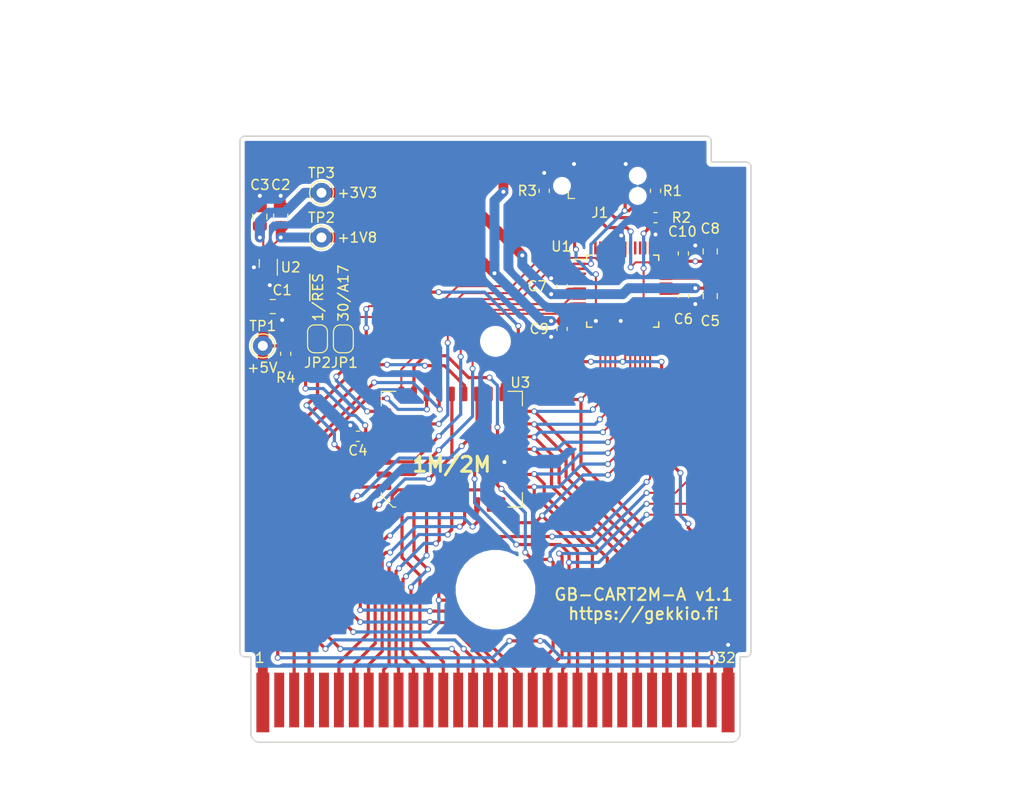
<source format=kicad_pcb>
(kicad_pcb (version 20171130) (host pcbnew 5.1.2-f72e74a~84~ubuntu19.04.1)
  (title_block (title GB-CART2M-A) (rev v1.1) (company https://gekkio.fi))
  (layers (0 F.Cu signal) (31 B.Cu signal) (34 B.Paste user) (35 F.Paste user) (36 B.SilkS user) (37 F.SilkS user) (38 B.Mask user) (39 F.Mask user) (44 Edge.Cuts user))
  (net 0 "")
  (net 1 +1V8)
  (net 2 +5V)
  (net 3 +3V3)
  (net 4 /~PRG)
  (net 5 GND)
  (net 6 /TCK)
  (net 7 /TMS)
  (net 8 /TDI)
  (net 9 /RA14)
  (net 10 /RA15)
  (net 11 /RA16)
  (net 12 /RA17)
  (net 13 /~RWR)
  (net 14 /~RES)
  (net 15 /D0)
  (net 16 /D1)
  (net 17 /D2)
  (net 18 /D3)
  (net 19 /D4)
  (net 20 /D5)
  (net 21 /D6)
  (net 22 /D7)
  (net 23 /TDO)
  (net 24 /~WR)
  (net 25 /A12)
  (net 26 /A13)
  (net 27 /A14)
  (net 28 /A15)
  (net 29 "Net-(JP2-Pad2)")
  (net 30 /A7)
  (net 31 /A6)
  (net 32 /A5)
  (net 33 /A4)
  (net 34 /A3)
  (net 35 /A2)
  (net 36 /A1)
  (net 37 /A0)
  (net 38 /A10)
  (net 39 /~RD)
  (net 40 /A11)
  (net 41 /A9)
  (net 42 /A8)
  (net 43 "Net-(JP1-Pad2)")
  (module Connector:Tag-Connect_TC2050-IDC-NL_2x05_P1.27mm_Vertical (layer F.Cu) (at 110.5 44)
    (fp_text reference J1 (at 0 2.7) (layer F.SilkS))
    (fp_text value Conn_02x05_Counter_Clockwise hide)
    (pad 10 connect circle (at -2.54 -0.635) (size 0.7874 0.7874) (layers F.Cu F.Mask) (net 5 GND))
    (pad 9 connect circle (at -1.27 -0.635) (size 0.7874 0.7874) (layers F.Cu F.Mask) (net 1 +1V8))
    (pad 8 connect circle (at 0 -0.635) (size 0.7874 0.7874) (layers F.Cu F.Mask))
    (pad 7 connect circle (at 1.27 -0.635) (size 0.7874 0.7874) (layers F.Cu F.Mask))
    (pad 6 connect circle (at 2.54 -0.635) (size 0.7874 0.7874) (layers F.Cu F.Mask) (net 5 GND))
    (pad 5 connect circle (at 2.54 0.635) (size 0.7874 0.7874) (layers F.Cu F.Mask) (net 8 /TDI))
    (pad 4 connect circle (at 1.27 0.635) (size 0.7874 0.7874) (layers F.Cu F.Mask))
    (pad 3 connect circle (at 0 0.635) (size 0.7874 0.7874) (layers F.Cu F.Mask) (net 7 /TMS))
    (pad 2 connect circle (at -1.27 0.635) (size 0.7874 0.7874) (layers F.Cu F.Mask) (net 23 /TDO))
    (pad 1 connect circle (at -2.54 0.635) (size 0.7874 0.7874) (layers F.Cu F.Mask) (net 6 /TCK))
    (pad "" np_thru_hole circle (at -3.81 0) (size 0.9906 0.9906) (drill 0.9906) (layers *.Cu *.Mask))
    (pad "" np_thru_hole circle (at 3.81 1.016) (size 0.9906 0.9906) (drill 0.9906) (layers *.Cu *.Mask))
    (pad "" np_thru_hole circle (at 3.81 -1.016) (size 0.9906 0.9906) (drill 0.9906) (layers *.Cu *.Mask))
  )
  (module Capacitor_SMD:C_0603_1608Metric (layer F.Cu) (at 86.162732 69.20596 180)
    (fp_text reference C4 (at 0 -1.43 180) (layer F.SilkS))
    (fp_text value 100nF)
    (pad 2 smd roundrect (at 0.7875 0 180) (size 0.875 0.95) (layers F.Cu F.Paste F.Mask) (net 5 GND))
    (pad 1 smd roundrect (at -0.7875 0 180) (size 0.875 0.95) (layers F.Cu F.Paste F.Mask) (net 2 +5V))
  )
  (module Capacitor_SMD:C_0603_1608Metric (layer F.Cu) (at 118.9 55.1 270)
    (fp_text reference C6 (at 2.3 0) (layer F.SilkS))
    (fp_text value 100nF)
    (pad 2 smd roundrect (at 0.7875 0 270) (size 0.875 0.95) (layers F.Cu F.Paste F.Mask) (net 5 GND))
    (pad 1 smd roundrect (at -0.7875 0 270) (size 0.875 0.95) (layers F.Cu F.Paste F.Mask) (net 3 +3V3))
  )
  (module Capacitor_SMD:C_0603_1608Metric (layer F.Cu) (at 106.7 54.1 90)
    (fp_text reference C7 (at 0 -2.5 180) (layer F.SilkS))
    (fp_text value 100nF)
    (pad 2 smd roundrect (at 0.7875 0 90) (size 0.875 0.95) (layers F.Cu F.Paste F.Mask) (net 5 GND))
    (pad 1 smd roundrect (at -0.7875 0 90) (size 0.875 0.95) (layers F.Cu F.Paste F.Mask) (net 3 +3V3))
  )
  (module Capacitor_SMD:C_0603_1608Metric (layer F.Cu) (at 106.7 58.4 270)
    (fp_text reference C9 (at 0 2.3) (layer F.SilkS))
    (fp_text value 100nF)
    (pad 2 smd roundrect (at 0.7875 0 270) (size 0.875 0.95) (layers F.Cu F.Paste F.Mask) (net 5 GND))
    (pad 1 smd roundrect (at -0.7875 0 270) (size 0.875 0.95) (layers F.Cu F.Paste F.Mask) (net 1 +1V8))
  )
  (module Capacitor_SMD:C_0603_1608Metric (layer F.Cu) (at 118.9 50.8 90)
    (fp_text reference C10 (at 2.2 -0.1 180) (layer F.SilkS))
    (fp_text value 100nF)
    (pad 2 smd roundrect (at 0.7875 0 90) (size 0.875 0.95) (layers F.Cu F.Paste F.Mask) (net 5 GND))
    (pad 1 smd roundrect (at -0.7875 0 90) (size 0.875 0.95) (layers F.Cu F.Paste F.Mask) (net 1 +1V8))
  )
  (module Capacitor_SMD:C_0805_2012Metric (layer F.Cu) (at 78.4 47.1 90)
    (fp_text reference C2 (at 3.2 0 180) (layer F.SilkS))
    (fp_text value 1uF)
    (pad 2 smd roundrect (at 0.9375 0 90) (size 0.975 1.4) (layers F.Cu F.Paste F.Mask) (net 5 GND))
    (pad 1 smd roundrect (at -0.9375 0 90) (size 0.975 1.4) (layers F.Cu F.Paste F.Mask) (net 1 +1V8))
  )
  (module Capacitor_SMD:C_0805_2012Metric (layer F.Cu) (at 76.3 47.1 90)
    (fp_text reference C3 (at 3.2 0 180) (layer F.SilkS))
    (fp_text value 1uF)
    (pad 2 smd roundrect (at 0.9375 0 90) (size 0.975 1.4) (layers F.Cu F.Paste F.Mask) (net 5 GND))
    (pad 1 smd roundrect (at -0.9375 0 90) (size 0.975 1.4) (layers F.Cu F.Paste F.Mask) (net 3 +3V3))
  )
  (module Capacitor_SMD:C_0805_2012Metric (layer F.Cu) (at 121.6 55.1 270)
    (fp_text reference C5 (at 2.5 0) (layer F.SilkS))
    (fp_text value 1uF)
    (pad 2 smd roundrect (at 0.9375 0 270) (size 0.975 1.4) (layers F.Cu F.Paste F.Mask) (net 5 GND))
    (pad 1 smd roundrect (at -0.9375 0 270) (size 0.975 1.4) (layers F.Cu F.Paste F.Mask) (net 3 +3V3))
  )
  (module Capacitor_SMD:C_0805_2012Metric (layer F.Cu) (at 121.6 50.6 90)
    (fp_text reference C8 (at 2.3 0 180) (layer F.SilkS))
    (fp_text value 1uF)
    (pad 2 smd roundrect (at 0.9375 0 90) (size 0.975 1.4) (layers F.Cu F.Paste F.Mask) (net 5 GND))
    (pad 1 smd roundrect (at -0.9375 0 90) (size 0.975 1.4) (layers F.Cu F.Paste F.Mask) (net 1 +1V8))
  )
  (module Capacitor_SMD:C_0805_2012Metric (layer F.Cu) (at 77.6 56.15)
    (fp_text reference C1 (at 0.95 -1.65) (layer F.SilkS))
    (fp_text value 1uF)
    (pad 2 smd roundrect (at 0.9375 0) (size 0.975 1.4) (layers F.Cu F.Paste F.Mask) (net 5 GND))
    (pad 1 smd roundrect (at -0.9375 0) (size 0.975 1.4) (layers F.Cu F.Paste F.Mask) (net 2 +5V))
  )
  (module Gekkio_Connector_PCBEdge:GameBoy_Cartridge_1x32_P1.50mm_Edge (layer F.Cu) (at 100 96)
    (fp_text reference J2 hide)
    (fp_text value DNF hide)
    (fp_text user 1 (at -23.7 -4.5) (layer F.SilkS))
    (fp_text user 32 (at 23.2 -4.5) (layer F.SilkS))
    (pad 2 connect rect (at -21.75 -0.25 90) (size 5.5 1) (layers F.Cu F.Mask))
    (pad 1 connect rect (at -23.4 0 90) (size 6 1.3) (layers F.Cu F.Mask) (net 2 +5V))
    (pad 3 connect rect (at -20.25 -0.25 90) (size 5.5 1) (layers F.Cu F.Mask) (net 24 /~WR))
    (pad 4 connect rect (at -18.75 -0.25 90) (size 5.5 1) (layers F.Cu F.Mask) (net 39 /~RD))
    (pad 5 connect rect (at -17.25 -0.25 90) (size 5.5 1) (layers F.Cu F.Mask))
    (pad 6 connect rect (at -15.75 -0.25 90) (size 5.5 1) (layers F.Cu F.Mask) (net 37 /A0))
    (pad 7 connect rect (at -14.25 -0.25 90) (size 5.5 1) (layers F.Cu F.Mask) (net 36 /A1))
    (pad 8 connect rect (at -12.75 -0.25 90) (size 5.5 1) (layers F.Cu F.Mask) (net 35 /A2))
    (pad 9 connect rect (at -11.25 -0.25 90) (size 5.5 1) (layers F.Cu F.Mask) (net 34 /A3))
    (pad 10 connect rect (at -9.75 -0.25 90) (size 5.5 1) (layers F.Cu F.Mask) (net 33 /A4))
    (pad 11 connect rect (at -8.25 -0.25 90) (size 5.5 1) (layers F.Cu F.Mask) (net 32 /A5))
    (pad 12 connect rect (at -6.75 -0.25 90) (size 5.5 1) (layers F.Cu F.Mask) (net 31 /A6))
    (pad 13 connect rect (at -5.25 -0.25 90) (size 5.5 1) (layers F.Cu F.Mask) (net 30 /A7))
    (pad 14 connect rect (at -3.75 -0.25 90) (size 5.5 1) (layers F.Cu F.Mask) (net 42 /A8))
    (pad 15 connect rect (at -2.25 -0.25 90) (size 5.5 1) (layers F.Cu F.Mask) (net 41 /A9))
    (pad 16 connect rect (at -0.75 -0.25 90) (size 5.5 1) (layers F.Cu F.Mask) (net 38 /A10))
    (pad 17 connect rect (at 0.75 -0.25 90) (size 5.5 1) (layers F.Cu F.Mask) (net 40 /A11))
    (pad 18 connect rect (at 2.25 -0.25 90) (size 5.5 1) (layers F.Cu F.Mask) (net 25 /A12))
    (pad 19 connect rect (at 3.75 -0.25 90) (size 5.5 1) (layers F.Cu F.Mask) (net 26 /A13))
    (pad 20 connect rect (at 5.25 -0.25 90) (size 5.5 1) (layers F.Cu F.Mask) (net 27 /A14))
    (pad 21 connect rect (at 6.75 -0.25 90) (size 5.5 1) (layers F.Cu F.Mask) (net 28 /A15))
    (pad 22 connect rect (at 8.25 -0.25 90) (size 5.5 1) (layers F.Cu F.Mask) (net 15 /D0))
    (pad 23 connect rect (at 9.75 -0.25 90) (size 5.5 1) (layers F.Cu F.Mask) (net 16 /D1))
    (pad 24 connect rect (at 11.25 -0.25 90) (size 5.5 1) (layers F.Cu F.Mask) (net 17 /D2))
    (pad 25 connect rect (at 12.75 -0.25 90) (size 5.5 1) (layers F.Cu F.Mask) (net 18 /D3))
    (pad 26 connect rect (at 14.25 -0.25 90) (size 5.5 1) (layers F.Cu F.Mask) (net 19 /D4))
    (pad 27 connect rect (at 15.75 -0.25 90) (size 5.5 1) (layers F.Cu F.Mask) (net 20 /D5))
    (pad 28 connect rect (at 17.25 -0.25 90) (size 5.5 1) (layers F.Cu F.Mask) (net 21 /D6))
    (pad 29 connect rect (at 18.75 -0.25 90) (size 5.5 1) (layers F.Cu F.Mask) (net 22 /D7))
    (pad 30 connect rect (at 20.25 -0.25 90) (size 5.5 1) (layers F.Cu F.Mask) (net 14 /~RES))
    (pad 31 connect rect (at 21.75 -0.25 90) (size 5.5 1) (layers F.Cu F.Mask) (net 4 /~PRG))
    (pad 32 connect rect (at 23.4 0 90) (size 6 1.3) (layers F.Cu F.Mask) (net 5 GND))
  )
  (module Jumper:SolderJumper-2_P1.3mm_Open_RoundedPad1.0x1.5mm (layer F.Cu) (at 82.1 59.4 270)
    (fp_text reference JP2 (at 2.4 0) (layer F.SilkS))
    (fp_text value DNF hide)
    (pad 2 smd custom (at 0.65 0 270) (size 1 0.5) (layers F.Cu F.Mask) (net 29 "Net-(JP2-Pad2)") (options (clearance outline) (anchor rect)) (primitives (gr_circle (center 0 0.25) (end 0.5 0.25) (width 0)) (gr_circle (center 0 -0.25) (end 0.5 -0.25) (width 0)) (gr_poly (pts (xy 0 -0.75) (xy -0.5 -0.75) (xy -0.5 0.75) (xy 0 0.75)) (width 0))))
    (pad 1 smd custom (at -0.65 0 270) (size 1 0.5) (layers F.Cu F.Mask) (net 14 /~RES) (options (clearance outline) (anchor rect)) (primitives (gr_circle (center 0 0.25) (end 0.5 0.25) (width 0)) (gr_circle (center 0 -0.25) (end 0.5 -0.25) (width 0)) (gr_poly (pts (xy 0 -0.75) (xy 0.5 -0.75) (xy 0.5 0.75) (xy 0 0.75)) (width 0))))
  )
  (module Jumper:SolderJumper-2_P1.3mm_Open_RoundedPad1.0x1.5mm (layer F.Cu) (at 84.7 59.4 270)
    (fp_text reference JP1 (at 2.4 -0.1) (layer F.SilkS))
    (fp_text value DNF hide)
    (pad 2 smd custom (at 0.65 0 270) (size 1 0.5) (layers F.Cu F.Mask) (net 43 "Net-(JP1-Pad2)") (options (clearance outline) (anchor rect)) (primitives (gr_circle (center 0 0.25) (end 0.5 0.25) (width 0)) (gr_circle (center 0 -0.25) (end 0.5 -0.25) (width 0)) (gr_poly (pts (xy 0 -0.75) (xy -0.5 -0.75) (xy -0.5 0.75) (xy 0 0.75)) (width 0))))
    (pad 1 smd custom (at -0.65 0 270) (size 1 0.5) (layers F.Cu F.Mask) (net 12 /RA17) (options (clearance outline) (anchor rect)) (primitives (gr_circle (center 0 0.25) (end 0.5 0.25) (width 0)) (gr_circle (center 0 -0.25) (end 0.5 -0.25) (width 0)) (gr_poly (pts (xy 0 -0.75) (xy 0.5 -0.75) (xy 0.5 0.75) (xy 0 0.75)) (width 0))))
  )
  (module Package_DFN_QFN:MLF-6-1EP_1.6x1.6mm_P0.5mm_EP0.5x1.26mm (layer F.Cu) (at 77.15 52.2 90)
    (fp_text reference U2 (at 0 2.25 180) (layer F.SilkS))
    (fp_text value MIC5370)
    (pad 6 smd roundrect (at 0.8 -0.5 90) (size 0.7 0.25) (layers F.Cu F.Paste F.Mask) (net 3 +3V3))
    (pad 5 smd roundrect (at 0.8 0 90) (size 0.7 0.25) (layers F.Cu F.Paste F.Mask) (net 1 +1V8))
    (pad 4 smd roundrect (at 0.8 0.5 90) (size 0.7 0.25) (layers F.Cu F.Paste F.Mask) (net 2 +5V))
    (pad 3 smd roundrect (at -0.8 0.5 90) (size 0.7 0.25) (layers F.Cu F.Paste F.Mask) (net 2 +5V))
    (pad 2 smd roundrect (at -0.8 0 90) (size 0.7 0.25) (layers F.Cu F.Paste F.Mask) (net 5 GND))
    (pad 1 smd roundrect (at -0.8 -0.5 90) (size 0.7 0.25) (layers F.Cu F.Paste F.Mask) (net 2 +5V))
    (pad 7 smd roundrect (at 0 0 90) (size 0.5 1.26) (layers F.Cu F.Mask) (net 5 GND))
  )
  (module Package_LCC:PLCC-32_11.4x14.0mm_P1.27mm (layer F.Cu) (at 95.612732 70.50596 90)
    (fp_text reference U3 (at 6.70596 6.887268 180) (layer F.SilkS))
    (fp_text value AT49F002-xxJx)
    (pad 32 smd roundrect (at 1.27 -6.8375 90) (size 0.6 1.475) (layers F.Cu F.Paste F.Mask) (net 2 +5V))
    (pad 31 smd roundrect (at 2.54 -6.8375 90) (size 0.6 1.475) (layers F.Cu F.Paste F.Mask) (net 13 /~RWR))
    (pad 30 smd roundrect (at 3.81 -6.8375 90) (size 0.6 1.475) (layers F.Cu F.Paste F.Mask) (net 43 "Net-(JP1-Pad2)"))
    (pad 29 smd roundrect (at 5.5625 -5.08 90) (size 1.475 0.6) (layers F.Cu F.Paste F.Mask) (net 9 /RA14))
    (pad 28 smd roundrect (at 5.5625 -3.81 90) (size 1.475 0.6) (layers F.Cu F.Paste F.Mask) (net 26 /A13))
    (pad 27 smd roundrect (at 5.5625 -2.54 90) (size 1.475 0.6) (layers F.Cu F.Paste F.Mask) (net 42 /A8))
    (pad 26 smd roundrect (at 5.5625 -1.27 90) (size 1.475 0.6) (layers F.Cu F.Paste F.Mask) (net 41 /A9))
    (pad 25 smd roundrect (at 5.5625 0 90) (size 1.475 0.6) (layers F.Cu F.Paste F.Mask) (net 40 /A11))
    (pad 24 smd roundrect (at 5.5625 1.27 90) (size 1.475 0.6) (layers F.Cu F.Paste F.Mask) (net 39 /~RD))
    (pad 23 smd roundrect (at 5.5625 2.54 90) (size 1.475 0.6) (layers F.Cu F.Paste F.Mask) (net 38 /A10))
    (pad 22 smd roundrect (at 5.5625 3.81 90) (size 1.475 0.6) (layers F.Cu F.Paste F.Mask) (net 28 /A15))
    (pad 21 smd roundrect (at 5.5625 5.08 90) (size 1.475 0.6) (layers F.Cu F.Paste F.Mask) (net 22 /D7))
    (pad 20 smd roundrect (at 3.81 6.8375 90) (size 0.6 1.475) (layers F.Cu F.Paste F.Mask) (net 21 /D6))
    (pad 19 smd roundrect (at 2.54 6.8375 90) (size 0.6 1.475) (layers F.Cu F.Paste F.Mask) (net 20 /D5))
    (pad 18 smd roundrect (at 1.27 6.8375 90) (size 0.6 1.475) (layers F.Cu F.Paste F.Mask) (net 19 /D4))
    (pad 17 smd roundrect (at 0 6.8375 90) (size 0.6 1.475) (layers F.Cu F.Paste F.Mask) (net 18 /D3))
    (pad 16 smd roundrect (at -1.27 6.8375 90) (size 0.6 1.475) (layers F.Cu F.Paste F.Mask) (net 5 GND))
    (pad 15 smd roundrect (at -2.54 6.8375 90) (size 0.6 1.475) (layers F.Cu F.Paste F.Mask) (net 17 /D2))
    (pad 14 smd roundrect (at -3.81 6.8375 90) (size 0.6 1.475) (layers F.Cu F.Paste F.Mask) (net 16 /D1))
    (pad 13 smd roundrect (at -5.5625 5.08 90) (size 1.475 0.6) (layers F.Cu F.Paste F.Mask) (net 15 /D0))
    (pad 12 smd roundrect (at -5.5625 3.81 90) (size 1.475 0.6) (layers F.Cu F.Paste F.Mask) (net 37 /A0))
    (pad 11 smd roundrect (at -5.5625 2.54 90) (size 1.475 0.6) (layers F.Cu F.Paste F.Mask) (net 36 /A1))
    (pad 10 smd roundrect (at -5.5625 1.27 90) (size 1.475 0.6) (layers F.Cu F.Paste F.Mask) (net 35 /A2))
    (pad 9 smd roundrect (at -5.5625 0 90) (size 1.475 0.6) (layers F.Cu F.Paste F.Mask) (net 34 /A3))
    (pad 8 smd roundrect (at -5.5625 -1.27 90) (size 1.475 0.6) (layers F.Cu F.Paste F.Mask) (net 33 /A4))
    (pad 7 smd roundrect (at -5.5625 -2.54 90) (size 1.475 0.6) (layers F.Cu F.Paste F.Mask) (net 32 /A5))
    (pad 6 smd roundrect (at -5.5625 -3.81 90) (size 1.475 0.6) (layers F.Cu F.Paste F.Mask) (net 31 /A6))
    (pad 5 smd roundrect (at -5.5625 -5.08 90) (size 1.475 0.6) (layers F.Cu F.Paste F.Mask) (net 30 /A7))
    (pad 4 smd roundrect (at -3.81 -6.8375 90) (size 0.6 1.475) (layers F.Cu F.Paste F.Mask) (net 25 /A12))
    (pad 3 smd roundrect (at -2.54 -6.8375 90) (size 0.6 1.475) (layers F.Cu F.Paste F.Mask) (net 10 /RA15))
    (pad 2 smd roundrect (at -1.27 -6.8375 90) (size 0.6 1.475) (layers F.Cu F.Paste F.Mask) (net 11 /RA16))
    (pad 1 smd roundrect (at 0 -6.8375 90) (size 0.6 1.475) (layers F.Cu F.Paste F.Mask) (net 29 "Net-(JP2-Pad2)"))
  )
  (module Package_QFP:TQFP-48_7x7mm_P0.5mm (layer F.Cu) (at 112.8 54.6)
    (fp_text reference U1 (at -6.2 -4.5) (layer F.SilkS))
    (fp_text value LC4032ZE-XXTN48)
    (pad 48 smd rect (at -2.75 -4.35 90) (size 1.3 0.25) (layers F.Cu F.Paste F.Mask))
    (pad 47 smd rect (at -2.25 -4.35 90) (size 1.3 0.25) (layers F.Cu F.Paste F.Mask))
    (pad 46 smd rect (at -1.75 -4.35 90) (size 1.3 0.25) (layers F.Cu F.Paste F.Mask))
    (pad 45 smd rect (at -1.25 -4.35 90) (size 1.3 0.25) (layers F.Cu F.Paste F.Mask))
    (pad 44 smd rect (at -0.75 -4.35 90) (size 1.3 0.25) (layers F.Cu F.Paste F.Mask))
    (pad 43 smd rect (at -0.25 -4.35 90) (size 1.3 0.25) (layers F.Cu F.Paste F.Mask) (net 5 GND))
    (pad 42 smd rect (at 0.25 -4.35 90) (size 1.3 0.25) (layers F.Cu F.Paste F.Mask) (net 24 /~WR))
    (pad 41 smd rect (at 0.75 -4.35 90) (size 1.3 0.25) (layers F.Cu F.Paste F.Mask))
    (pad 40 smd rect (at 1.25 -4.35 90) (size 1.3 0.25) (layers F.Cu F.Paste F.Mask))
    (pad 39 smd rect (at 1.75 -4.35 90) (size 1.3 0.25) (layers F.Cu F.Paste F.Mask))
    (pad 38 smd rect (at 2.25 -4.35 90) (size 1.3 0.25) (layers F.Cu F.Paste F.Mask))
    (pad 37 smd rect (at 2.75 -4.35 90) (size 1.3 0.25) (layers F.Cu F.Paste F.Mask) (net 5 GND))
    (pad 36 smd rect (at 4.35 -2.75) (size 1.3 0.25) (layers F.Cu F.Paste F.Mask) (net 1 +1V8))
    (pad 35 smd rect (at 4.35 -2.25) (size 1.3 0.25) (layers F.Cu F.Paste F.Mask) (net 23 /TDO))
    (pad 34 smd rect (at 4.35 -1.75) (size 1.3 0.25) (layers F.Cu F.Paste F.Mask) (net 4 /~PRG))
    (pad 33 smd rect (at 4.35 -1.25) (size 1.3 0.25) (layers F.Cu F.Paste F.Mask) (net 28 /A15))
    (pad 32 smd rect (at 4.35 -0.75) (size 1.3 0.25) (layers F.Cu F.Paste F.Mask))
    (pad 31 smd rect (at 4.35 -0.25) (size 1.3 0.25) (layers F.Cu F.Paste F.Mask))
    (pad 30 smd rect (at 4.35 0.25) (size 1.3 0.25) (layers F.Cu F.Paste F.Mask) (net 3 +3V3))
    (pad 29 smd rect (at 4.35 0.75) (size 1.3 0.25) (layers F.Cu F.Paste F.Mask) (net 5 GND))
    (pad 28 smd rect (at 4.35 1.25) (size 1.3 0.25) (layers F.Cu F.Paste F.Mask))
    (pad 27 smd rect (at 4.35 1.75) (size 1.3 0.25) (layers F.Cu F.Paste F.Mask) (net 27 /A14))
    (pad 26 smd rect (at 4.35 2.25) (size 1.3 0.25) (layers F.Cu F.Paste F.Mask) (net 26 /A13))
    (pad 25 smd rect (at 4.35 2.75) (size 1.3 0.25) (layers F.Cu F.Paste F.Mask) (net 7 /TMS))
    (pad 24 smd rect (at 2.75 4.35 90) (size 1.3 0.25) (layers F.Cu F.Paste F.Mask) (net 25 /A12))
    (pad 23 smd rect (at 2.25 4.35 90) (size 1.3 0.25) (layers F.Cu F.Paste F.Mask) (net 15 /D0))
    (pad 22 smd rect (at 1.75 4.35 90) (size 1.3 0.25) (layers F.Cu F.Paste F.Mask) (net 16 /D1))
    (pad 21 smd rect (at 1.25 4.35 90) (size 1.3 0.25) (layers F.Cu F.Paste F.Mask) (net 17 /D2))
    (pad 20 smd rect (at 0.75 4.35 90) (size 1.3 0.25) (layers F.Cu F.Paste F.Mask) (net 18 /D3))
    (pad 19 smd rect (at 0.25 4.35 90) (size 1.3 0.25) (layers F.Cu F.Paste F.Mask) (net 14 /~RES))
    (pad 18 smd rect (at -0.25 4.35 90) (size 1.3 0.25) (layers F.Cu F.Paste F.Mask) (net 5 GND))
    (pad 17 smd rect (at -0.75 4.35 90) (size 1.3 0.25) (layers F.Cu F.Paste F.Mask) (net 19 /D4))
    (pad 16 smd rect (at -1.25 4.35 90) (size 1.3 0.25) (layers F.Cu F.Paste F.Mask) (net 20 /D5))
    (pad 15 smd rect (at -1.75 4.35 90) (size 1.3 0.25) (layers F.Cu F.Paste F.Mask) (net 21 /D6))
    (pad 14 smd rect (at -2.25 4.35 90) (size 1.3 0.25) (layers F.Cu F.Paste F.Mask) (net 22 /D7))
    (pad 13 smd rect (at -2.75 4.35 90) (size 1.3 0.25) (layers F.Cu F.Paste F.Mask) (net 5 GND))
    (pad 12 smd rect (at -4.35 2.75) (size 1.3 0.25) (layers F.Cu F.Paste F.Mask) (net 1 +1V8))
    (pad 11 smd rect (at -4.35 2.25) (size 1.3 0.25) (layers F.Cu F.Paste F.Mask) (net 6 /TCK))
    (pad 10 smd rect (at -4.35 1.75) (size 1.3 0.25) (layers F.Cu F.Paste F.Mask) (net 10 /RA15))
    (pad 9 smd rect (at -4.35 1.25) (size 1.3 0.25) (layers F.Cu F.Paste F.Mask) (net 11 /RA16))
    (pad 8 smd rect (at -4.35 0.75) (size 1.3 0.25) (layers F.Cu F.Paste F.Mask) (net 13 /~RWR))
    (pad 7 smd rect (at -4.35 0.25) (size 1.3 0.25) (layers F.Cu F.Paste F.Mask))
    (pad 6 smd rect (at -4.35 -0.25) (size 1.3 0.25) (layers F.Cu F.Paste F.Mask) (net 3 +3V3))
    (pad 5 smd rect (at -4.35 -0.75) (size 1.3 0.25) (layers F.Cu F.Paste F.Mask) (net 5 GND))
    (pad 4 smd rect (at -4.35 -1.25) (size 1.3 0.25) (layers F.Cu F.Paste F.Mask))
    (pad 3 smd rect (at -4.35 -1.75) (size 1.3 0.25) (layers F.Cu F.Paste F.Mask) (net 9 /RA14))
    (pad 2 smd rect (at -4.35 -2.25) (size 1.3 0.25) (layers F.Cu F.Paste F.Mask) (net 12 /RA17))
    (pad 1 smd rect (at -4.35 -2.75) (size 1.3 0.25) (layers F.Cu F.Paste F.Mask) (net 8 /TDI))
  )
  (module Resistor_SMD:R_0603_1608Metric (layer F.Cu) (at 116.1 44.5 270)
    (fp_text reference R1 (at 0 -1.7) (layer F.SilkS))
    (fp_text value 10k)
    (pad 2 smd roundrect (at 0.7875 0 270) (size 0.875 0.95) (layers F.Cu F.Paste F.Mask) (net 8 /TDI))
    (pad 1 smd roundrect (at -0.7875 0 270) (size 0.875 0.95) (layers F.Cu F.Paste F.Mask) (net 1 +1V8))
  )
  (module Resistor_SMD:R_0603_1608Metric (layer F.Cu) (at 116.1 47.2 180)
    (fp_text reference R2 (at -2.6 0 180) (layer F.SilkS))
    (fp_text value 10k)
    (pad 2 smd roundrect (at 0.7875 0 180) (size 0.875 0.95) (layers F.Cu F.Paste F.Mask) (net 7 /TMS))
    (pad 1 smd roundrect (at -0.7875 0 180) (size 0.875 0.95) (layers F.Cu F.Paste F.Mask) (net 1 +1V8))
  )
  (module Resistor_SMD:R_0603_1608Metric (layer F.Cu) (at 104.9 44.5 90)
    (fp_text reference R3 (at 0 -1.7 180) (layer F.SilkS))
    (fp_text value 10k)
    (pad 2 smd roundrect (at 0.7875 0 90) (size 0.875 0.95) (layers F.Cu F.Paste F.Mask) (net 5 GND))
    (pad 1 smd roundrect (at -0.7875 0 90) (size 0.875 0.95) (layers F.Cu F.Paste F.Mask) (net 6 /TCK))
  )
  (module Resistor_SMD:R_0603_1608Metric (layer F.Cu) (at 78.9 60.9 270)
    (fp_text reference R4 (at 2.4 0) (layer F.SilkS))
    (fp_text value 47k)
    (pad 2 smd roundrect (at 0.7875 0 270) (size 0.875 0.95) (layers F.Cu F.Paste F.Mask) (net 4 /~PRG))
    (pad 1 smd roundrect (at -0.7875 0 270) (size 0.875 0.95) (layers F.Cu F.Paste F.Mask) (net 2 +5V))
  )
  (module TestPoint:TestPoint_THTPad_D2.0mm_Drill1.0mm (layer F.Cu) (at 82.5 44.7)
    (fp_text reference TP3 (at 0 -1.998) (layer F.SilkS))
    (fp_text value TestPoint hide)
    (pad 1 thru_hole circle (at 0 0) (size 2 2) (drill 1) (layers *.Cu *.Mask) (net 3 +3V3))
  )
  (module TestPoint:TestPoint_THTPad_D2.0mm_Drill1.0mm (layer F.Cu) (at 76.6 60.1)
    (fp_text reference TP1 (at 0 -1.998) (layer F.SilkS))
    (fp_text value TestPoint hide)
    (pad 1 thru_hole circle (at 0 0) (size 2 2) (drill 1) (layers *.Cu *.Mask) (net 2 +5V))
  )
  (module TestPoint:TestPoint_THTPad_D2.0mm_Drill1.0mm (layer F.Cu) (at 82.5 49.2)
    (fp_text reference TP2 (at 0 -1.998) (layer F.SilkS))
    (fp_text value TestPoint hide)
    (pad 1 thru_hole circle (at 0 0) (size 2 2) (drill 1) (layers *.Cu *.Mask) (net 1 +1V8))
  )
  (module Gekkio_MountingHole:MountingHole_2.3mm (layer F.Cu) (at 100 59.65)
    (fp_text reference H2 hide)
    (fp_text value DNF hide)
    (pad "" np_thru_hole circle (at 0 0) (size 2.3 2.3) (drill 2.3) (layers *.Cu *.Mask))
  )
  (module Gekkio_MountingHole:MountingHole_7.2mm (layer F.Cu) (at 100 84.65)
    (fp_text reference H1 hide)
    (fp_text value DNF hide)
    (pad "" np_thru_hole circle (at 0 0) (size 7.2 7.2) (drill 7.2) (layers *.Cu *.Mask))
  )
  (gr_arc (start 74.8 90.9) (end 74.3 90.9) (angle -90) (layer Edge.Cuts) (width 0.15))
  (gr_arc (start 74.8 39.5) (end 74.8 39) (angle -90) (layer Edge.Cuts) (width 0.15))
  (gr_arc (start 121.2 39.5) (end 121.7 39.5) (angle -90) (layer Edge.Cuts) (width 0.15))
  (gr_arc (start 125.2 42.1) (end 125.7 42.1) (angle -90) (layer Edge.Cuts) (width 0.15))
  (gr_arc (start 125.2 90.9) (end 125.2 91.4) (angle -90) (layer Edge.Cuts) (width 0.15))
  (gr_arc (start 76.3 99.1) (end 75.4 99.1) (angle -90) (layer Edge.Cuts) (width 0.15))
  (gr_arc (start 123.7 99.1) (end 123.7 100) (angle -90) (layer Edge.Cuts) (width 0.15))
  (gr_text 1M/2M (at 95.6 72.05) (layer F.SilkS) (effects (font (size 1.5 1.5) (thickness 0.3))))
  (gr_text +5V (at 76.55 62.3) (layer F.SilkS) (effects (font (size 1 1))))
  (gr_text +1V8 (at 84 49.2) (layer F.SilkS) (effects (font (size 1 1)) (justify left)))
  (gr_text +3V3 (at 84 44.7) (layer F.SilkS) (effects (font (size 1 1)) (justify left)))
  (gr_text 30/A17 (at 84.7 57.75 90) (layer F.SilkS) (effects (font (size 1 1)) (justify left)))
  (gr_text 1/~RES (at 82.15 57.75 90) (layer F.SilkS) (effects (font (size 1 1)) (justify left)))
  (gr_text "GB-CART2M-A v1.1\nhttps://gekkio.fi" (at 114.9 86.1) (layer F.SilkS) (effects (font (size 1.2 1.2) (thickness 0.2))))
  (gr_line (start 121.7 39.5) (end 121.7 41.6) (angle 90) (layer Edge.Cuts) (width 0.15))
  (gr_line (start 74.8 39) (end 121.2 39) (angle 90) (layer Edge.Cuts) (width 0.15))
  (gr_line (start 125.2 41.6) (end 121.7 41.6) (angle 90) (layer Edge.Cuts) (width 0.15))
  (gr_line (start 74.3 90.9) (end 74.3 39.5) (angle 90) (layer Edge.Cuts) (width 0.15))
  (gr_line (start 75.4 91.4) (end 74.8 91.4) (angle 90) (layer Edge.Cuts) (width 0.15))
  (gr_line (start 75.4 99.1) (end 75.4 91.4) (angle 90) (layer Edge.Cuts) (width 0.15))
  (gr_line (start 125.7 90.9) (end 125.7 42.1) (angle 90) (layer Edge.Cuts) (width 0.15))
  (gr_line (start 124.6 91.4) (end 125.2 91.4) (angle 90) (layer Edge.Cuts) (width 0.15))
  (gr_line (start 124.6 99.1) (end 124.6 91.4) (angle 90) (layer Edge.Cuts) (width 0.15))
  (gr_line (start 76.3 100) (end 123.7 100) (angle 90) (layer Edge.Cuts) (width 0.15))
  (segment (start 118.6375 51.85) (end 118.9 51.5875) (width 0.2) (layer F.Cu) (net 1))
  (segment (start 117.15 51.85) (end 118.6375 51.85) (width 0.2) (layer F.Cu) (net 1))
  (via (at 120.1 51.6) (size 0.6) (drill 0.4) (layers F.Cu B.Cu) (net 1))
  (segment (start 118.9 51.5875) (end 120.0875 51.5875) (width 0.32) (layer F.Cu) (net 1))
  (segment (start 120.0875 51.5875) (end 120.1 51.6) (width 0.32) (layer F.Cu) (net 1))
  (segment (start 121.5375 51.6) (end 121.6 51.5375) (width 0.32) (layer F.Cu) (net 1))
  (segment (start 120.1 51.6) (end 121.5375 51.6) (width 0.32) (layer F.Cu) (net 1))
  (segment (start 106.9625 57.35) (end 106.7 57.6125) (width 0.2) (layer F.Cu) (net 1))
  (segment (start 108.45 57.35) (end 106.9625 57.35) (width 0.2) (layer F.Cu) (net 1))
  (via (at 105.6 57.6) (size 0.6) (drill 0.4) (layers F.Cu B.Cu) (net 1))
  (segment (start 106.7 57.6125) (end 105.6125 57.6125) (width 0.32) (layer F.Cu) (net 1))
  (segment (start 105.6125 57.6125) (end 105.6 57.6) (width 0.32) (layer F.Cu) (net 1))
  (segment (start 105.6 57.6) (end 104.7 57.6) (width 1) (layer B.Cu) (net 1))
  (via (at 99.9 52.8) (size 0.6) (drill 0.4) (layers F.Cu B.Cu) (net 1))
  (segment (start 104.7 57.6) (end 99.9 52.8) (width 1) (layer B.Cu) (net 1))
  (segment (start 123.0625 51.5375) (end 121.6 51.5375) (width 1) (layer F.Cu) (net 1))
  (segment (start 124 50.6) (end 123.0625 51.5375) (width 1) (layer F.Cu) (net 1))
  (via (at 78.4 49.2) (size 0.6) (drill 0.4) (layers F.Cu B.Cu) (net 1))
  (segment (start 78.4 48.0375) (end 78.4 49.2) (width 1) (layer F.Cu) (net 1))
  (segment (start 78.4 49.2) (end 82.5 49.2) (width 1) (layer B.Cu) (net 1))
  (segment (start 77.15 50.45) (end 78.4 49.2) (width 0.2) (layer F.Cu) (net 1))
  (segment (start 77.15 51.4) (end 77.15 50.45) (width 0.2) (layer F.Cu) (net 1))
  (segment (start 99.9 52.8) (end 99.9 50.2) (width 1) (layer B.Cu) (net 1))
  (via (at 100.8 44.6) (size 0.6) (drill 0.4) (layers F.Cu B.Cu) (net 1))
  (segment (start 99.9 50.2) (end 99.9 45.5) (width 1) (layer B.Cu) (net 1))
  (segment (start 99.9 45.5) (end 100.8 44.6) (width 1) (layer B.Cu) (net 1))
  (segment (start 117.425 47.2) (end 124 47.2) (width 1) (layer F.Cu) (net 1))
  (segment (start 116.8875 47.2) (end 117.425 47.2) (width 1) (layer F.Cu) (net 1))
  (segment (start 124 47.2) (end 124 50.6) (width 1) (layer F.Cu) (net 1))
  (segment (start 82.5 49.2) (end 96.3 49.2) (width 1) (layer F.Cu) (net 1))
  (segment (start 96.3 49.2) (end 99.9 52.8) (width 1) (layer F.Cu) (net 1))
  (segment (start 118.3 40.6) (end 124 46.3) (width 1) (layer F.Cu) (net 1))
  (segment (start 124 46.3) (end 124 47.2) (width 1) (layer F.Cu) (net 1))
  (segment (start 100.8 44.6) (end 100.8 42.5) (width 1) (layer F.Cu) (net 1))
  (segment (start 100.8 42.5) (end 102.7 40.6) (width 1) (layer F.Cu) (net 1))
  (segment (start 109.23 40.67) (end 109.3 40.6) (width 0.32) (layer F.Cu) (net 1))
  (segment (start 102.7 40.6) (end 109.3 40.6) (width 1) (layer F.Cu) (net 1))
  (segment (start 109.23 43.365) (end 109.23 40.67) (width 0.32) (layer F.Cu) (net 1))
  (segment (start 116.1 43.7125) (end 116.1 40.6) (width 0.32) (layer F.Cu) (net 1))
  (segment (start 109.3 40.6) (end 116.1 40.6) (width 1) (layer F.Cu) (net 1))
  (segment (start 116.1 40.6) (end 118.3 40.6) (width 1) (layer F.Cu) (net 1))
  (segment (start 86.980232 69.23596) (end 86.950232 69.20596) (width 0.32) (layer F.Cu) (net 2))
  (segment (start 88.775232 69.23596) (end 86.980232 69.23596) (width 0.32) (layer F.Cu) (net 2))
  (segment (start 76.6625 60.0375) (end 76.6 60.1) (width 1) (layer F.Cu) (net 2))
  (segment (start 76.6625 56.15) (end 76.6625 60.0375) (width 1) (layer F.Cu) (net 2))
  (segment (start 76.65 56.1375) (end 76.6625 56.15) (width 0.2) (layer F.Cu) (net 2))
  (segment (start 76.6625 55.8375) (end 76.6625 56.15) (width 0.2) (layer F.Cu) (net 2))
  (segment (start 76.6125 60.1125) (end 76.6 60.1) (width 0.32) (layer F.Cu) (net 2))
  (segment (start 78.9 60.1125) (end 76.6125 60.1125) (width 0.32) (layer F.Cu) (net 2))
  (segment (start 76.6 92) (end 76.6 60.1) (width 1) (layer F.Cu) (net 2))
  (segment (start 76.6 96) (end 76.6 92) (width 1) (layer F.Cu) (net 2))
  (via (at 86.9 68.1) (size 0.6) (drill 0.4) (layers F.Cu B.Cu) (net 2))
  (segment (start 86.950232 69.20596) (end 86.950232 68.150232) (width 0.32) (layer F.Cu) (net 2))
  (segment (start 86.950232 68.150232) (end 86.9 68.1) (width 0.32) (layer F.Cu) (net 2))
  (via (at 80.9 64.4) (size 0.6) (drill 0.4) (layers F.Cu B.Cu) (net 2))
  (segment (start 78.9125 60.1) (end 78.9 60.1125) (width 0.32) (layer F.Cu) (net 2))
  (segment (start 79.9 60.1) (end 78.9125 60.1) (width 0.32) (layer F.Cu) (net 2))
  (segment (start 80.9 64.4) (end 80.9 61.1) (width 0.32) (layer F.Cu) (net 2))
  (segment (start 80.9 61.1) (end 79.9 60.1) (width 0.32) (layer F.Cu) (net 2))
  (segment (start 85.376802 67.1) (end 82.676802 64.4) (width 0.32) (layer B.Cu) (net 2))
  (segment (start 82.676802 64.4) (end 80.9 64.4) (width 0.32) (layer B.Cu) (net 2))
  (segment (start 86.9 68.1) (end 85.9 67.1) (width 0.32) (layer B.Cu) (net 2))
  (segment (start 85.9 67.1) (end 85.376802 67.1) (width 0.32) (layer B.Cu) (net 2))
  (segment (start 118.3625 54.85) (end 118.9 54.3125) (width 0.2) (layer F.Cu) (net 3))
  (segment (start 117.15 54.85) (end 118.3625 54.85) (width 0.2) (layer F.Cu) (net 3))
  (via (at 120.1 54.3) (size 0.6) (drill 0.4) (layers F.Cu B.Cu) (net 3))
  (segment (start 118.9 54.3125) (end 120.0875 54.3125) (width 0.32) (layer F.Cu) (net 3))
  (segment (start 120.0875 54.3125) (end 120.1 54.3) (width 0.32) (layer F.Cu) (net 3))
  (segment (start 121.4625 54.3) (end 121.6 54.1625) (width 0.32) (layer F.Cu) (net 3))
  (segment (start 120.1 54.3) (end 121.4625 54.3) (width 0.32) (layer F.Cu) (net 3))
  (segment (start 107.2375 54.35) (end 106.7 54.8875) (width 0.2) (layer F.Cu) (net 3))
  (segment (start 108.45 54.35) (end 107.2375 54.35) (width 0.2) (layer F.Cu) (net 3))
  (via (at 105.6 54.9) (size 0.6) (drill 0.4) (layers F.Cu B.Cu) (net 3))
  (segment (start 106.7 54.8875) (end 105.6125 54.8875) (width 0.32) (layer F.Cu) (net 3))
  (segment (start 105.6125 54.8875) (end 105.6 54.9) (width 0.32) (layer F.Cu) (net 3))
  (segment (start 113.4 54.3) (end 120.1 54.3) (width 1) (layer B.Cu) (net 3))
  (segment (start 105.6 54.9) (end 112.8 54.9) (width 1) (layer B.Cu) (net 3))
  (segment (start 112.8 54.9) (end 113.4 54.3) (width 1) (layer B.Cu) (net 3))
  (via (at 102.7 51) (size 0.6) (drill 0.4) (layers F.Cu B.Cu) (net 3))
  (segment (start 105.6 54.9) (end 102.7 52) (width 1) (layer B.Cu) (net 3))
  (segment (start 102.7 52) (end 102.7 51) (width 1) (layer B.Cu) (net 3))
  (via (at 76.3 49.2) (size 0.6) (drill 0.4) (layers F.Cu B.Cu) (net 3))
  (segment (start 76.3 48.0375) (end 76.3 49.2) (width 1) (layer F.Cu) (net 3))
  (segment (start 76.65 49.55) (end 76.3 49.2) (width 0.2) (layer F.Cu) (net 3))
  (segment (start 76.65 51.4) (end 76.65 49.55) (width 0.2) (layer F.Cu) (net 3))
  (segment (start 77.2 46.7) (end 76.3 47.6) (width 1) (layer B.Cu) (net 3))
  (segment (start 78.8 46.7) (end 77.2 46.7) (width 1) (layer B.Cu) (net 3))
  (segment (start 82.5 44.7) (end 80.8 44.7) (width 1) (layer B.Cu) (net 3))
  (segment (start 76.3 47.6) (end 76.3 49.2) (width 1) (layer B.Cu) (net 3))
  (segment (start 80.8 44.7) (end 78.8 46.7) (width 1) (layer B.Cu) (net 3))
  (segment (start 96.4 44.7) (end 102.400001 50.700001) (width 1) (layer F.Cu) (net 3))
  (segment (start 82.5 44.7) (end 96.4 44.7) (width 1) (layer F.Cu) (net 3))
  (segment (start 102.400001 50.700001) (end 102.7 51) (width 1) (layer F.Cu) (net 3))
  (via (at 121.75 91.5) (size 0.6) (drill 0.4) (layers F.Cu B.Cu) (net 4))
  (segment (start 121.75 95.75) (end 121.75 91.5) (width 0.32) (layer F.Cu) (net 4))
  (via (at 78.1 91.5) (size 0.6) (drill 0.4) (layers F.Cu B.Cu) (net 4))
  (segment (start 78.9 61.6875) (end 78.9 62.6) (width 0.32) (layer F.Cu) (net 4))
  (segment (start 78.1 63.4) (end 78.1 91.5) (width 0.32) (layer F.Cu) (net 4))
  (segment (start 78.9 62.6) (end 78.1 63.4) (width 0.32) (layer F.Cu) (net 4))
  (via (at 101.4 89.8) (size 0.6) (drill 0.4) (layers F.Cu B.Cu) (net 4))
  (segment (start 78.1 91.5) (end 99.7 91.5) (width 0.32) (layer B.Cu) (net 4))
  (segment (start 101.100001 90.099999) (end 101.4 89.8) (width 0.32) (layer B.Cu) (net 4))
  (segment (start 99.7 91.5) (end 101.100001 90.099999) (width 0.32) (layer B.Cu) (net 4))
  (segment (start 101.4 89.8) (end 104.5 89.8) (width 0.32) (layer F.Cu) (net 4))
  (via (at 104.5 89.8) (size 0.6) (drill 0.4) (layers F.Cu B.Cu) (net 4))
  (segment (start 104.924264 89.8) (end 104.5 89.8) (width 0.32) (layer B.Cu) (net 4))
  (segment (start 121.75 91.5) (end 106.624264 91.5) (width 0.32) (layer B.Cu) (net 4))
  (segment (start 106.624264 91.5) (end 104.924264 89.8) (width 0.32) (layer B.Cu) (net 4))
  (segment (start 123.7 53.8) (end 122.75 52.85) (width 0.2) (layer F.Cu) (net 4))
  (segment (start 122.75 52.85) (end 117.15 52.85) (width 0.2) (layer F.Cu) (net 4))
  (segment (start 123.7 77.6) (end 123.7 53.8) (width 0.2) (layer F.Cu) (net 4))
  (segment (start 121.75 79.55) (end 123.7 77.6) (width 0.2) (layer F.Cu) (net 4))
  (segment (start 121.75 91.5) (end 121.75 79.55) (width 0.2) (layer F.Cu) (net 4))
  (via (at 123.4 90.2) (size 0.6) (drill 0.4) (layers F.Cu B.Cu) (net 5))
  (segment (start 123.4 96) (end 123.4 90.2) (width 1) (layer F.Cu) (net 5))
  (via (at 78.55 57.5) (size 0.6) (drill 0.4) (layers F.Cu B.Cu) (net 5))
  (segment (start 78.5375 56.15) (end 78.5375 57.4875) (width 1) (layer F.Cu) (net 5))
  (segment (start 78.5375 57.4875) (end 78.55 57.5) (width 1) (layer F.Cu) (net 5))
  (via (at 77.3 54) (size 0.6) (drill 0.4) (layers F.Cu B.Cu) (net 5))
  (segment (start 77.15 53) (end 77.15 53.85) (width 0.2) (layer F.Cu) (net 5))
  (segment (start 77.15 53.85) (end 77.3 54) (width 0.2) (layer F.Cu) (net 5))
  (via (at 75.7 52.2) (size 0.6) (drill 0.4) (layers F.Cu B.Cu) (net 5))
  (segment (start 77.15 52.2) (end 75.7 52.2) (width 0.32) (layer F.Cu) (net 5))
  (segment (start 77.15 53) (end 77.15 52.2) (width 0.2) (layer F.Cu) (net 5))
  (segment (start 85.375232 69.20596) (end 85.375232 68.124768) (width 0.32) (layer F.Cu) (net 5))
  (via (at 85.4 68.1) (size 0.6) (drill 0.4) (layers F.Cu B.Cu) (net 5))
  (segment (start 85.375232 68.124768) (end 85.4 68.1) (width 0.32) (layer F.Cu) (net 5))
  (via (at 100.9 71.8) (size 0.6) (drill 0.4) (layers F.Cu B.Cu) (net 5))
  (segment (start 102.450232 71.77596) (end 100.92404 71.77596) (width 0.32) (layer F.Cu) (net 5))
  (segment (start 100.92404 71.77596) (end 100.9 71.8) (width 0.32) (layer F.Cu) (net 5))
  (segment (start 118.3625 55.35) (end 118.9 55.8875) (width 0.2) (layer F.Cu) (net 5))
  (segment (start 117.15 55.35) (end 118.3625 55.35) (width 0.2) (layer F.Cu) (net 5))
  (via (at 120.1 55.9) (size 0.6) (drill 0.4) (layers F.Cu B.Cu) (net 5))
  (segment (start 118.9 55.8875) (end 120.0875 55.8875) (width 0.32) (layer F.Cu) (net 5))
  (segment (start 120.0875 55.8875) (end 120.1 55.9) (width 0.32) (layer F.Cu) (net 5))
  (segment (start 121.4625 55.9) (end 121.6 56.0375) (width 0.32) (layer F.Cu) (net 5))
  (segment (start 120.1 55.9) (end 121.4625 55.9) (width 0.32) (layer F.Cu) (net 5))
  (via (at 120.1 50) (size 0.6) (drill 0.4) (layers F.Cu B.Cu) (net 5))
  (segment (start 118.9 50.0125) (end 120.0875 50.0125) (width 0.32) (layer F.Cu) (net 5))
  (segment (start 120.0875 50.0125) (end 120.1 50) (width 0.32) (layer F.Cu) (net 5))
  (segment (start 121.2625 50) (end 121.6 49.6625) (width 0.32) (layer F.Cu) (net 5))
  (segment (start 120.1 50) (end 121.2625 50) (width 0.32) (layer F.Cu) (net 5))
  (segment (start 107.2375 53.85) (end 106.7 53.3125) (width 0.2) (layer F.Cu) (net 5))
  (segment (start 108.45 53.85) (end 107.2375 53.85) (width 0.2) (layer F.Cu) (net 5))
  (via (at 105.6 59.2) (size 0.6) (drill 0.4) (layers F.Cu B.Cu) (net 5))
  (segment (start 106.7 59.1875) (end 105.6125 59.1875) (width 0.32) (layer F.Cu) (net 5))
  (segment (start 105.6125 59.1875) (end 105.6 59.2) (width 0.32) (layer F.Cu) (net 5))
  (via (at 110.1 57.6) (size 0.6) (drill 0.4) (layers F.Cu B.Cu) (net 5))
  (segment (start 110.05 58.95) (end 110.05 57.65) (width 0.2) (layer F.Cu) (net 5))
  (segment (start 110.05 57.65) (end 110.1 57.6) (width 0.2) (layer F.Cu) (net 5))
  (segment (start 106.7 53.3125) (end 105.6125 53.3125) (width 0.32) (layer F.Cu) (net 5))
  (via (at 105.6 53.3) (size 0.6) (drill 0.4) (layers F.Cu B.Cu) (net 5))
  (segment (start 105.6125 53.3125) (end 105.6 53.3) (width 0.32) (layer F.Cu) (net 5))
  (via (at 116.1 48.9) (size 0.6) (drill 0.4) (layers F.Cu B.Cu) (net 5))
  (segment (start 115.55 50.25) (end 115.55 49.45) (width 0.2) (layer F.Cu) (net 5))
  (segment (start 115.55 49.45) (end 116.1 48.9) (width 0.2) (layer F.Cu) (net 5))
  (via (at 76.3 44.999694) (size 0.6) (drill 0.4) (layers F.Cu B.Cu) (net 5))
  (segment (start 76.3 46.1625) (end 76.3 44.999694) (width 1) (layer F.Cu) (net 5))
  (via (at 78.4 45) (size 0.6) (drill 0.4) (layers F.Cu B.Cu) (net 5))
  (segment (start 78.4 46.1625) (end 78.4 45) (width 1) (layer F.Cu) (net 5))
  (via (at 112.6 57.6) (size 0.6) (drill 0.4) (layers F.Cu B.Cu) (net 5))
  (segment (start 112.55 58.95) (end 112.55 57.65) (width 0.2) (layer F.Cu) (net 5))
  (segment (start 112.55 57.65) (end 112.6 57.6) (width 0.2) (layer F.Cu) (net 5))
  (via (at 112.65 49) (size 0.6) (drill 0.4) (layers F.Cu B.Cu) (net 5))
  (segment (start 112.55 50.25) (end 112.55 49.1) (width 0.2) (layer F.Cu) (net 5))
  (segment (start 112.55 49.1) (end 112.65 49) (width 0.2) (layer F.Cu) (net 5))
  (via (at 107.9 41.8) (size 0.6) (drill 0.4) (layers F.Cu B.Cu) (net 5))
  (segment (start 107.96 43.365) (end 107.96 41.86) (width 0.32) (layer F.Cu) (net 5))
  (segment (start 107.96 41.86) (end 107.9 41.8) (width 0.32) (layer F.Cu) (net 5))
  (via (at 113.1 41.8) (size 0.6) (drill 0.4) (layers F.Cu B.Cu) (net 5))
  (segment (start 113.04 43.365) (end 113.04 41.86) (width 0.32) (layer F.Cu) (net 5))
  (segment (start 113.04 41.86) (end 113.1 41.8) (width 0.32) (layer F.Cu) (net 5))
  (via (at 104.9 42.7) (size 0.6) (drill 0.4) (layers F.Cu B.Cu) (net 5))
  (segment (start 104.9 43.7125) (end 104.9 42.7) (width 0.32) (layer F.Cu) (net 5))
  (via (at 110.099998 52.9) (size 0.6) (drill 0.4) (layers F.Cu B.Cu) (net 6))
  (segment (start 110.099998 52.9) (end 109.675734 52.9) (width 0.32) (layer B.Cu) (net 6))
  (segment (start 109.675734 52.9) (end 108.1 51.324266) (width 0.32) (layer B.Cu) (net 6))
  (segment (start 108.1 51.324266) (end 108.1 50.824264) (width 0.32) (layer B.Cu) (net 6))
  (segment (start 108.1 50.824264) (end 108.1 50.4) (width 0.32) (layer B.Cu) (net 6))
  (via (at 108.1 50.4) (size 0.6) (drill 0.4) (layers F.Cu B.Cu) (net 6))
  (segment (start 110.099998 56.050002) (end 110.099998 53.324264) (width 0.2) (layer F.Cu) (net 6))
  (segment (start 110.099998 53.324264) (end 110.099998 52.9) (width 0.2) (layer F.Cu) (net 6))
  (segment (start 108.45 56.85) (end 109.3 56.85) (width 0.2) (layer F.Cu) (net 6))
  (segment (start 109.3 56.85) (end 110.099998 56.050002) (width 0.2) (layer F.Cu) (net 6))
  (segment (start 107.96 50.26) (end 108.1 50.4) (width 0.32) (layer F.Cu) (net 6))
  (segment (start 107.96 44.635) (end 107.96 46.84) (width 0.32) (layer F.Cu) (net 6))
  (segment (start 107.96 46.84) (end 107.96 50.26) (width 0.32) (layer F.Cu) (net 6))
  (segment (start 105.74 46.84) (end 107.96 46.84) (width 0.32) (layer F.Cu) (net 6))
  (segment (start 104.9 45.2875) (end 104.9 46) (width 0.32) (layer F.Cu) (net 6))
  (segment (start 104.9 46) (end 105.74 46.84) (width 0.32) (layer F.Cu) (net 6))
  (via (at 114.9 48.8) (size 0.6) (drill 0.4) (layers F.Cu B.Cu) (net 7))
  (segment (start 115.3125 48.3875) (end 114.9 48.8) (width 0.32) (layer F.Cu) (net 7))
  (segment (start 115.3125 47.2) (end 115.3125 48.3875) (width 0.32) (layer F.Cu) (net 7))
  (via (at 114.9 52.300002) (size 0.6) (drill 0.4) (layers F.Cu B.Cu) (net 7))
  (segment (start 114.9 48.8) (end 114.9 52.300002) (width 0.32) (layer B.Cu) (net 7))
  (segment (start 114.9 55.95) (end 114.9 52.724266) (width 0.2) (layer F.Cu) (net 7))
  (segment (start 114.9 52.724266) (end 114.9 52.300002) (width 0.2) (layer F.Cu) (net 7))
  (segment (start 116.3 57.35) (end 114.9 55.95) (width 0.2) (layer F.Cu) (net 7))
  (segment (start 117.15 57.35) (end 116.3 57.35) (width 0.2) (layer F.Cu) (net 7))
  (segment (start 110.5 45.7) (end 110.5 44.635) (width 0.32) (layer F.Cu) (net 7))
  (segment (start 115.3125 47.2) (end 112 47.2) (width 0.32) (layer F.Cu) (net 7))
  (segment (start 112 47.2) (end 110.5 45.7) (width 0.32) (layer F.Cu) (net 7))
  (via (at 109.599992 51.85) (size 0.6) (drill 0.4) (layers F.Cu B.Cu) (net 8))
  (segment (start 108.45 51.85) (end 109.599992 51.85) (width 0.2) (layer F.Cu) (net 8))
  (segment (start 109.599992 51.85) (end 109.599992 50.899992) (width 0.32) (layer B.Cu) (net 8))
  (segment (start 116.1 45.2875) (end 116.1 45.79375) (width 0.32) (layer F.Cu) (net 8))
  (segment (start 116.1 45.79375) (end 115.69375 46.2) (width 0.32) (layer F.Cu) (net 8))
  (segment (start 109.599992 50.899992) (end 109.599992 49.900008) (width 0.32) (layer B.Cu) (net 8))
  (via (at 113 46.5) (size 0.6) (drill 0.4) (layers F.Cu B.Cu) (net 8))
  (segment (start 109.599992 49.900008) (end 113 46.5) (width 0.32) (layer B.Cu) (net 8))
  (segment (start 113.04 46.46) (end 113 46.5) (width 0.32) (layer F.Cu) (net 8))
  (segment (start 113.04 44.635) (end 113.04 46.46) (width 0.32) (layer F.Cu) (net 8))
  (segment (start 113.424264 46.5) (end 113.724264 46.2) (width 0.32) (layer F.Cu) (net 8))
  (segment (start 113.724264 46.2) (end 115.69375 46.2) (width 0.32) (layer F.Cu) (net 8))
  (segment (start 113 46.5) (end 113.424264 46.5) (width 0.32) (layer F.Cu) (net 8))
  (segment (start 107.55 52.85) (end 107.2 52.5) (width 0.2) (layer F.Cu) (net 9))
  (segment (start 108.45 52.85) (end 107.55 52.85) (width 0.2) (layer F.Cu) (net 9))
  (segment (start 107.2 52.5) (end 105.4 52.5) (width 0.2) (layer F.Cu) (net 9))
  (segment (start 102.5 55.4) (end 97.6 55.4) (width 0.2) (layer F.Cu) (net 9))
  (segment (start 90.532732 62.467268) (end 90.532732 64.94346) (width 0.2) (layer F.Cu) (net 9))
  (segment (start 105.4 52.5) (end 102.5 55.4) (width 0.2) (layer F.Cu) (net 9))
  (segment (start 97.6 55.4) (end 90.532732 62.467268) (width 0.2) (layer F.Cu) (net 9))
  (segment (start 91.854038 73.04596) (end 94.3 70.599998) (width 0.32) (layer F.Cu) (net 10))
  (via (at 94.3 70.599998) (size 0.6) (drill 0.4) (layers F.Cu B.Cu) (net 10))
  (segment (start 88.775232 73.04596) (end 91.854038 73.04596) (width 0.32) (layer F.Cu) (net 10))
  (segment (start 107.75 56.35) (end 107.22501 56.87499) (width 0.2) (layer F.Cu) (net 10))
  (segment (start 97.7 62.824264) (end 97.7 62.4) (width 0.32) (layer B.Cu) (net 10))
  (segment (start 97.7 67.199998) (end 97.7 62.824264) (width 0.32) (layer B.Cu) (net 10))
  (segment (start 97.7 61.975736) (end 97.7 62.4) (width 0.2) (layer F.Cu) (net 10))
  (segment (start 100.02501 56.87499) (end 97.7 59.2) (width 0.2) (layer F.Cu) (net 10))
  (via (at 97.7 62.4) (size 0.6) (drill 0.4) (layers F.Cu B.Cu) (net 10))
  (segment (start 107.22501 56.87499) (end 100.02501 56.87499) (width 0.2) (layer F.Cu) (net 10))
  (segment (start 108.45 56.35) (end 107.75 56.35) (width 0.2) (layer F.Cu) (net 10))
  (segment (start 97.7 59.2) (end 97.7 61.975736) (width 0.2) (layer F.Cu) (net 10))
  (segment (start 94.3 70.599998) (end 97.7 67.199998) (width 0.32) (layer B.Cu) (net 10))
  (via (at 96.5 61.2) (size 0.6) (drill 0.4) (layers F.Cu B.Cu) (net 11))
  (segment (start 96.5 67) (end 94.3 69.2) (width 0.32) (layer B.Cu) (net 11))
  (segment (start 96.5 61.2) (end 96.5 67) (width 0.32) (layer B.Cu) (net 11))
  (segment (start 88.775232 71.77596) (end 91.72404 71.77596) (width 0.32) (layer F.Cu) (net 11))
  (via (at 94.3 69.2) (size 0.6) (drill 0.4) (layers F.Cu B.Cu) (net 11))
  (segment (start 91.72404 71.77596) (end 94.3 69.2) (width 0.32) (layer F.Cu) (net 11))
  (segment (start 99.22502 56.47498) (end 96.5 59.2) (width 0.2) (layer F.Cu) (net 11))
  (segment (start 96.5 59.2) (end 96.5 61.2) (width 0.2) (layer F.Cu) (net 11))
  (segment (start 106.92502 56.47498) (end 99.22502 56.47498) (width 0.2) (layer F.Cu) (net 11))
  (segment (start 108.45 55.85) (end 107.55 55.85) (width 0.2) (layer F.Cu) (net 11))
  (segment (start 107.55 55.85) (end 106.92502 56.47498) (width 0.2) (layer F.Cu) (net 11))
  (segment (start 84.7 57.9) (end 84.7 58.75) (width 0.2) (layer F.Cu) (net 12))
  (segment (start 85.4 57.2) (end 84.7 57.9) (width 0.2) (layer F.Cu) (net 12))
  (segment (start 94.4 57.2) (end 85.4 57.2) (width 0.2) (layer F.Cu) (net 12))
  (segment (start 107.715698 52.35) (end 107.365698 52) (width 0.2) (layer F.Cu) (net 12))
  (segment (start 108.45 52.35) (end 107.715698 52.35) (width 0.2) (layer F.Cu) (net 12))
  (segment (start 102.1 54.8) (end 96.8 54.8) (width 0.2) (layer F.Cu) (net 12))
  (segment (start 96.8 54.8) (end 94.4 57.2) (width 0.2) (layer F.Cu) (net 12))
  (segment (start 107.365698 52) (end 104.9 52) (width 0.2) (layer F.Cu) (net 12))
  (segment (start 104.9 52) (end 102.1 54.8) (width 0.2) (layer F.Cu) (net 12))
  (via (at 95.2 59.8) (size 0.6) (drill 0.4) (layers F.Cu B.Cu) (net 13))
  (via (at 94.3 67.96596) (size 0.6) (drill 0.4) (layers F.Cu B.Cu) (net 13))
  (segment (start 88.775232 67.96596) (end 94.3 67.96596) (width 0.32) (layer F.Cu) (net 13))
  (segment (start 95.2 59.8) (end 95.2 67.06596) (width 0.32) (layer B.Cu) (net 13))
  (segment (start 95.2 67.06596) (end 94.3 67.96596) (width 0.32) (layer B.Cu) (net 13))
  (segment (start 107.44614 55.35) (end 108.45 55.35) (width 0.2) (layer F.Cu) (net 13))
  (segment (start 106.89614 55.9) (end 107.44614 55.35) (width 0.2) (layer F.Cu) (net 13))
  (segment (start 95.2 59.8) (end 95.2 59) (width 0.2) (layer F.Cu) (net 13))
  (segment (start 98.3 55.9) (end 106.89614 55.9) (width 0.2) (layer F.Cu) (net 13))
  (segment (start 95.2 59) (end 98.3 55.9) (width 0.2) (layer F.Cu) (net 13))
  (via (at 116.7 61.7) (size 0.6) (drill 0.4) (layers F.Cu B.Cu) (net 14))
  (via (at 118.6 72.9) (size 0.6) (drill 0.4) (layers F.Cu B.Cu) (net 14))
  (segment (start 120.25 92.8) (end 120.25 95.75) (width 0.2) (layer F.Cu) (net 14))
  (segment (start 116.7 71) (end 118.6 72.9) (width 0.32) (layer F.Cu) (net 14))
  (segment (start 116.7 61.7) (end 116.7 71) (width 0.32) (layer F.Cu) (net 14))
  (via (at 119.4 78) (size 0.6) (drill 0.4) (layers F.Cu B.Cu) (net 14))
  (segment (start 118.6 72.9) (end 118.6 77.2) (width 0.32) (layer B.Cu) (net 14))
  (segment (start 118.6 77.2) (end 119.4 78) (width 0.32) (layer B.Cu) (net 14))
  (segment (start 120.25 92.68) (end 120.25 95.75) (width 0.32) (layer F.Cu) (net 14))
  (segment (start 120.25 79.274264) (end 120.25 92.68) (width 0.32) (layer F.Cu) (net 14))
  (segment (start 119.4 78.424264) (end 120.25 79.274264) (width 0.32) (layer F.Cu) (net 14))
  (segment (start 119.4 78) (end 119.4 78.424264) (width 0.32) (layer F.Cu) (net 14))
  (via (at 112.8 61.7) (size 0.6) (drill 0.4) (layers F.Cu B.Cu) (net 14))
  (segment (start 113.05 61.45) (end 112.8 61.7) (width 0.2) (layer F.Cu) (net 14))
  (segment (start 113.05 58.95) (end 113.05 61.45) (width 0.2) (layer F.Cu) (net 14))
  (segment (start 112.8 61.7) (end 116.7 61.7) (width 0.32) (layer B.Cu) (net 14))
  (via (at 94.3 54.7) (size 0.6) (drill 0.4) (layers F.Cu B.Cu) (net 14))
  (via (at 102.3 58.1) (size 0.6) (drill 0.4) (layers F.Cu B.Cu) (net 14))
  (segment (start 102.3 58.1) (end 102.3 59.1) (width 0.32) (layer F.Cu) (net 14))
  (via (at 109.6 61.7) (size 0.6) (drill 0.4) (layers F.Cu B.Cu) (net 14))
  (segment (start 102.3 59.1) (end 104.9 61.7) (width 0.32) (layer F.Cu) (net 14))
  (segment (start 104.9 61.7) (end 109.6 61.7) (width 0.32) (layer F.Cu) (net 14))
  (segment (start 109.6 61.7) (end 112.8 61.7) (width 0.32) (layer B.Cu) (net 14))
  (segment (start 82.1 58) (end 82.1 58.75) (width 0.32) (layer F.Cu) (net 14))
  (segment (start 94.3 54.7) (end 85.4 54.7) (width 0.32) (layer F.Cu) (net 14))
  (segment (start 85.4 54.7) (end 82.1 58) (width 0.32) (layer F.Cu) (net 14))
  (segment (start 98.9 54.7) (end 102.3 58.1) (width 0.32) (layer B.Cu) (net 14))
  (segment (start 94.3 54.7) (end 98.9 54.7) (width 0.32) (layer B.Cu) (net 14))
  (via (at 104.7 77.2) (size 0.6) (drill 0.4) (layers F.Cu B.Cu) (net 15))
  (segment (start 108.25 80.75) (end 104.7 77.2) (width 0.32) (layer F.Cu) (net 15))
  (segment (start 108.25 95.75) (end 108.25 80.75) (width 0.32) (layer F.Cu) (net 15))
  (segment (start 104 77.9) (end 104.7 77.2) (width 0.32) (layer F.Cu) (net 15))
  (segment (start 101.5 77.9) (end 104 77.9) (width 0.32) (layer F.Cu) (net 15))
  (segment (start 100.692732 76.06846) (end 100.692732 77.092732) (width 0.32) (layer F.Cu) (net 15))
  (segment (start 100.692732 77.092732) (end 101.5 77.9) (width 0.32) (layer F.Cu) (net 15))
  (via (at 111.3 73.1) (size 0.6) (drill 0.4) (layers F.Cu B.Cu) (net 15))
  (segment (start 111.2 73.1) (end 111.3 73.1) (width 0.32) (layer B.Cu) (net 15))
  (segment (start 104.7 77.2) (end 108.8 73.1) (width 0.32) (layer B.Cu) (net 15))
  (segment (start 108.8 73.1) (end 111.2 73.1) (width 0.32) (layer B.Cu) (net 15))
  (segment (start 111.599999 72.800001) (end 111.3 73.1) (width 0.2) (layer F.Cu) (net 15))
  (segment (start 115.05 58.95) (end 115.05 69.35) (width 0.2) (layer F.Cu) (net 15))
  (segment (start 115.05 69.35) (end 111.599999 72.800001) (width 0.2) (layer F.Cu) (net 15))
  (via (at 103.9 74.3) (size 0.6) (drill 0.4) (layers F.Cu B.Cu) (net 16))
  (segment (start 102.450232 74.31596) (end 103.88404 74.31596) (width 0.32) (layer F.Cu) (net 16))
  (segment (start 103.88404 74.31596) (end 103.9 74.3) (width 0.32) (layer F.Cu) (net 16))
  (segment (start 103.9 74.3) (end 103.9 75.1) (width 0.32) (layer F.Cu) (net 16))
  (segment (start 109.75 80.95) (end 109.75 95.75) (width 0.32) (layer F.Cu) (net 16))
  (segment (start 103.9 75.1) (end 109.75 80.95) (width 0.32) (layer F.Cu) (net 16))
  (via (at 111.3 72) (size 0.6) (drill 0.4) (layers F.Cu B.Cu) (net 16))
  (segment (start 110.875736 72) (end 111.3 72) (width 0.32) (layer B.Cu) (net 16))
  (segment (start 108.7 72) (end 110.875736 72) (width 0.32) (layer B.Cu) (net 16))
  (segment (start 103.9 74.3) (end 106.4 74.3) (width 0.32) (layer B.Cu) (net 16))
  (segment (start 106.4 74.3) (end 108.7 72) (width 0.32) (layer B.Cu) (net 16))
  (segment (start 114.55 68.75) (end 111.3 72) (width 0.2) (layer F.Cu) (net 16))
  (segment (start 114.55 58.95) (end 114.55 68.75) (width 0.2) (layer F.Cu) (net 16))
  (segment (start 102.450232 73.04596) (end 102.504272 73.1) (width 0.32) (layer F.Cu) (net 17))
  (via (at 103.9 73) (size 0.6) (drill 0.4) (layers F.Cu B.Cu) (net 17))
  (segment (start 102.450232 73.04596) (end 103.85404 73.04596) (width 0.32) (layer F.Cu) (net 17))
  (segment (start 103.85404 73.04596) (end 103.9 73) (width 0.32) (layer F.Cu) (net 17))
  (segment (start 111.25 92.68) (end 111.25 95.75) (width 0.32) (layer F.Cu) (net 17))
  (segment (start 111.25 81.45) (end 111.25 92.68) (width 0.32) (layer F.Cu) (net 17))
  (segment (start 104.9 75.1) (end 111.25 81.45) (width 0.32) (layer F.Cu) (net 17))
  (segment (start 103.9 73) (end 104.9 74) (width 0.32) (layer F.Cu) (net 17))
  (segment (start 104.9 74) (end 104.9 75.1) (width 0.32) (layer F.Cu) (net 17))
  (via (at 111.300006 70.9) (size 0.6) (drill 0.4) (layers F.Cu B.Cu) (net 17))
  (segment (start 110.875742 70.9) (end 111.300006 70.9) (width 0.32) (layer B.Cu) (net 17))
  (segment (start 108.6 70.9) (end 110.875742 70.9) (width 0.32) (layer B.Cu) (net 17))
  (segment (start 103.9 73) (end 106.5 73) (width 0.32) (layer B.Cu) (net 17))
  (segment (start 106.5 73) (end 108.6 70.9) (width 0.32) (layer B.Cu) (net 17))
  (segment (start 114.05 68.150006) (end 111.300006 70.9) (width 0.2) (layer F.Cu) (net 17))
  (segment (start 114.05 58.95) (end 114.05 68.150006) (width 0.2) (layer F.Cu) (net 17))
  (via (at 103.9 70.5) (size 0.6) (drill 0.4) (layers F.Cu B.Cu) (net 18))
  (segment (start 102.450232 70.50596) (end 103.89404 70.50596) (width 0.32) (layer F.Cu) (net 18))
  (segment (start 103.89404 70.50596) (end 103.9 70.5) (width 0.32) (layer F.Cu) (net 18))
  (segment (start 112.75 82.3) (end 112.75 95.75) (width 0.32) (layer F.Cu) (net 18))
  (segment (start 112.75 81.35) (end 112.75 82.3) (width 0.32) (layer F.Cu) (net 18))
  (segment (start 105.633574 74.233574) (end 112.75 81.35) (width 0.32) (layer F.Cu) (net 18))
  (segment (start 103.9 70.5) (end 105.633574 72.233574) (width 0.32) (layer F.Cu) (net 18))
  (segment (start 105.633574 72.233574) (end 105.633574 74.233574) (width 0.32) (layer F.Cu) (net 18))
  (via (at 111.3 69.8) (size 0.6) (drill 0.4) (layers F.Cu B.Cu) (net 18))
  (segment (start 106.9 69.8) (end 111.3 69.8) (width 0.32) (layer B.Cu) (net 18))
  (segment (start 103.9 70.5) (end 106.2 70.5) (width 0.32) (layer B.Cu) (net 18))
  (segment (start 106.2 70.5) (end 106.9 69.8) (width 0.32) (layer B.Cu) (net 18))
  (segment (start 113.55 67.55) (end 111.3 69.8) (width 0.2) (layer F.Cu) (net 18))
  (segment (start 113.55 58.95) (end 113.55 67.55) (width 0.2) (layer F.Cu) (net 18))
  (segment (start 114.25 81.75) (end 114.25 81.9) (width 0.32) (layer F.Cu) (net 19))
  (segment (start 106.4 73.9) (end 114.25 81.75) (width 0.32) (layer F.Cu) (net 19))
  (segment (start 114.25 95.75) (end 114.25 81.9) (width 0.32) (layer F.Cu) (net 19))
  (via (at 103.9 69.3) (size 0.6) (drill 0.4) (layers F.Cu B.Cu) (net 19))
  (segment (start 102.450232 69.23596) (end 103.83596 69.23596) (width 0.32) (layer F.Cu) (net 19))
  (segment (start 103.83596 69.23596) (end 103.9 69.3) (width 0.32) (layer F.Cu) (net 19))
  (segment (start 106.4 71.8) (end 106.4 72.6) (width 0.32) (layer F.Cu) (net 19))
  (segment (start 103.9 69.3) (end 106.4 71.8) (width 0.32) (layer F.Cu) (net 19))
  (segment (start 106.4 72.348228) (end 106.4 72.6) (width 0.32) (layer F.Cu) (net 19))
  (segment (start 106.4 72.6) (end 106.4 73.9) (width 0.32) (layer F.Cu) (net 19))
  (segment (start 103.9 69.3) (end 104.4 68.8) (width 0.32) (layer B.Cu) (net 19))
  (via (at 110.8 68.8) (size 0.6) (drill 0.4) (layers F.Cu B.Cu) (net 19))
  (segment (start 104.4 68.8) (end 110.8 68.8) (width 0.32) (layer B.Cu) (net 19))
  (segment (start 112.05 67.55) (end 112.05 58.95) (width 0.2) (layer F.Cu) (net 19))
  (segment (start 110.8 68.8) (end 112.05 67.55) (width 0.2) (layer F.Cu) (net 19))
  (via (at 103.9 68) (size 0.6) (drill 0.4) (layers F.Cu B.Cu) (net 20))
  (segment (start 102.450232 67.96596) (end 103.86596 67.96596) (width 0.32) (layer F.Cu) (net 20))
  (segment (start 103.86596 67.96596) (end 103.9 68) (width 0.32) (layer F.Cu) (net 20))
  (segment (start 115.75 82.4) (end 115.75 95.75) (width 0.32) (layer F.Cu) (net 20))
  (segment (start 115.75 81.95) (end 115.75 82.4) (width 0.32) (layer F.Cu) (net 20))
  (segment (start 103.9 68) (end 107.1 71.2) (width 0.32) (layer F.Cu) (net 20))
  (segment (start 107.1 73.3) (end 115.75 81.95) (width 0.32) (layer F.Cu) (net 20))
  (segment (start 107.1 71.2) (end 107.1 73.3) (width 0.32) (layer F.Cu) (net 20))
  (via (at 110.5 67.5) (size 0.6) (drill 0.4) (layers F.Cu B.Cu) (net 20))
  (segment (start 103.9 68) (end 110 68) (width 0.32) (layer B.Cu) (net 20))
  (segment (start 110 68) (end 110.5 67.5) (width 0.32) (layer B.Cu) (net 20))
  (segment (start 111.55 59.8) (end 111.55 58.95) (width 0.2) (layer F.Cu) (net 20))
  (segment (start 111.55 66.45) (end 111.55 59.8) (width 0.2) (layer F.Cu) (net 20))
  (segment (start 110.5 67.5) (end 111.55 66.45) (width 0.2) (layer F.Cu) (net 20))
  (via (at 103.9 66.7) (size 0.6) (drill 0.4) (layers F.Cu B.Cu) (net 21))
  (segment (start 102.450232 66.69596) (end 103.89596 66.69596) (width 0.32) (layer F.Cu) (net 21))
  (segment (start 103.89596 66.69596) (end 103.9 66.7) (width 0.32) (layer F.Cu) (net 21))
  (segment (start 117.25 83.4) (end 117.25 95.75) (width 0.32) (layer F.Cu) (net 21))
  (segment (start 117.25 82.05) (end 117.25 83.4) (width 0.32) (layer F.Cu) (net 21))
  (segment (start 107.8 72.6) (end 117.25 82.05) (width 0.32) (layer F.Cu) (net 21))
  (segment (start 103.9 66.7) (end 107.8 70.6) (width 0.32) (layer F.Cu) (net 21))
  (segment (start 107.8 70.6) (end 107.8 72.6) (width 0.32) (layer F.Cu) (net 21))
  (via (at 109.8 66.5) (size 0.6) (drill 0.4) (layers F.Cu B.Cu) (net 21))
  (segment (start 109.6 66.7) (end 109.8 66.5) (width 0.32) (layer B.Cu) (net 21))
  (segment (start 103.9 66.7) (end 109.6 66.7) (width 0.32) (layer B.Cu) (net 21))
  (segment (start 111.05 65.25) (end 111.05 58.95) (width 0.2) (layer F.Cu) (net 21))
  (segment (start 109.8 66.5) (end 111.05 65.25) (width 0.2) (layer F.Cu) (net 21))
  (segment (start 118.75 82.8) (end 118.75 95.75) (width 0.32) (layer F.Cu) (net 22))
  (segment (start 118.75 82.15) (end 118.75 82.8) (width 0.32) (layer F.Cu) (net 22))
  (segment (start 108.6 72) (end 118.75 82.15) (width 0.32) (layer F.Cu) (net 22))
  (segment (start 108.6 69.3) (end 108.6 72) (width 0.32) (layer F.Cu) (net 22))
  (via (at 108.6 65.5) (size 0.6) (drill 0.4) (layers F.Cu B.Cu) (net 22))
  (segment (start 108.6 69.3) (end 108.6 65.5) (width 0.32) (layer F.Cu) (net 22))
  (segment (start 110.55 63.55) (end 110.55 58.95) (width 0.2) (layer F.Cu) (net 22))
  (segment (start 108.6 65.5) (end 110.55 63.55) (width 0.2) (layer F.Cu) (net 22))
  (segment (start 103.4 63.4) (end 105.5 65.5) (width 0.32) (layer F.Cu) (net 22))
  (segment (start 105.5 65.5) (end 108.6 65.5) (width 0.32) (layer F.Cu) (net 22))
  (segment (start 101.3 63.4) (end 103.4 63.4) (width 0.32) (layer F.Cu) (net 22))
  (segment (start 100.692732 64.94346) (end 100.692732 64.007268) (width 0.32) (layer F.Cu) (net 22))
  (segment (start 100.692732 64.007268) (end 101.3 63.4) (width 0.32) (layer F.Cu) (net 22))
  (segment (start 117.15 52.35) (end 116.05 52.35) (width 0.2) (layer F.Cu) (net 23))
  (segment (start 113.6 52.2) (end 114.099999 51.700001) (width 0.2) (layer F.Cu) (net 23))
  (segment (start 114.099999 51.700001) (end 115.400001 51.700001) (width 0.2) (layer F.Cu) (net 23))
  (segment (start 115.400001 51.700001) (end 116.05 52.35) (width 0.2) (layer F.Cu) (net 23))
  (segment (start 113.6 48.6) (end 113.6 52.2) (width 0.32) (layer B.Cu) (net 23))
  (via (at 113.6 52.2) (size 0.6) (drill 0.4) (layers F.Cu B.Cu) (net 23))
  (via (at 113.6 48.6) (size 0.6) (drill 0.4) (layers F.Cu B.Cu) (net 23))
  (segment (start 109.2 44.665) (end 109.23 44.635) (width 0.32) (layer F.Cu) (net 23))
  (segment (start 109.2 46.2) (end 109.2 44.665) (width 0.32) (layer F.Cu) (net 23))
  (segment (start 113.6 48.6) (end 113.2 48.2) (width 0.32) (layer F.Cu) (net 23))
  (segment (start 111.2 48.2) (end 109.2 46.2) (width 0.32) (layer F.Cu) (net 23))
  (segment (start 113.2 48.2) (end 111.2 48.2) (width 0.32) (layer F.Cu) (net 23))
  (via (at 87 56.4) (size 0.6) (drill 0.4) (layers F.Cu B.Cu) (net 24))
  (via (at 87 58.299998) (size 0.6) (drill 0.4) (layers F.Cu B.Cu) (net 24))
  (segment (start 87 56.4) (end 87 58.299998) (width 0.32) (layer B.Cu) (net 24))
  (segment (start 79.75 95.75) (end 79.75 68.55) (width 0.32) (layer F.Cu) (net 24))
  (segment (start 87 61.3) (end 87 58.724262) (width 0.32) (layer F.Cu) (net 24))
  (segment (start 87 58.724262) (end 87 58.299998) (width 0.32) (layer F.Cu) (net 24))
  (segment (start 79.75 68.55) (end 87 61.3) (width 0.32) (layer F.Cu) (net 24))
  (segment (start 87.299999 56.100001) (end 87 56.4) (width 0.2) (layer F.Cu) (net 24))
  (segment (start 96.2 54.1) (end 94.199999 56.100001) (width 0.2) (layer F.Cu) (net 24))
  (segment (start 101.7 54.1) (end 96.2 54.1) (width 0.2) (layer F.Cu) (net 24))
  (segment (start 94.199999 56.100001) (end 87.299999 56.100001) (width 0.2) (layer F.Cu) (net 24))
  (segment (start 110.049999 51.249999) (end 104.550001 51.249999) (width 0.2) (layer F.Cu) (net 24))
  (segment (start 113.05 50.25) (end 113.05 51.1) (width 0.2) (layer F.Cu) (net 24))
  (segment (start 112.65 51.5) (end 110.3 51.5) (width 0.2) (layer F.Cu) (net 24))
  (segment (start 113.05 51.1) (end 112.65 51.5) (width 0.2) (layer F.Cu) (net 24))
  (segment (start 110.3 51.5) (end 110.049999 51.249999) (width 0.2) (layer F.Cu) (net 24))
  (segment (start 104.550001 51.249999) (end 101.7 54.1) (width 0.2) (layer F.Cu) (net 24))
  (via (at 85.7 88.9) (size 0.6) (drill 0.4) (layers F.Cu B.Cu) (net 25))
  (segment (start 85.400001 88.600001) (end 85.7 88.9) (width 0.32) (layer F.Cu) (net 25))
  (segment (start 83.7 86.9) (end 85.400001 88.600001) (width 0.32) (layer F.Cu) (net 25))
  (segment (start 83.7 76.1) (end 83.7 86.9) (width 0.32) (layer F.Cu) (net 25))
  (segment (start 88.775232 74.31596) (end 85.48404 74.31596) (width 0.32) (layer F.Cu) (net 25))
  (segment (start 85.48404 74.31596) (end 83.7 76.1) (width 0.32) (layer F.Cu) (net 25))
  (via (at 94.3 85.7) (size 0.6) (drill 0.4) (layers F.Cu B.Cu) (net 25))
  (segment (start 93.376802 88.9) (end 94.3 87.976802) (width 0.32) (layer B.Cu) (net 25))
  (segment (start 85.7 88.9) (end 93.376802 88.9) (width 0.32) (layer B.Cu) (net 25))
  (segment (start 94.3 86.124264) (end 94.3 85.7) (width 0.32) (layer B.Cu) (net 25))
  (segment (start 94.3 87.976802) (end 94.3 86.124264) (width 0.32) (layer B.Cu) (net 25))
  (segment (start 95 85.7) (end 94.724264 85.7) (width 0.32) (layer F.Cu) (net 25))
  (segment (start 102.25 95.75) (end 102.25 92.95) (width 0.32) (layer F.Cu) (net 25))
  (segment (start 94.724264 85.7) (end 94.3 85.7) (width 0.32) (layer F.Cu) (net 25))
  (segment (start 102.25 92.95) (end 95 85.7) (width 0.32) (layer F.Cu) (net 25))
  (segment (start 99.1 79.3) (end 105.275736 79.3) (width 0.32) (layer F.Cu) (net 25))
  (segment (start 94.3 84.1) (end 99.1 79.3) (width 0.32) (layer F.Cu) (net 25))
  (via (at 105.7 79.3) (size 0.6) (drill 0.4) (layers F.Cu B.Cu) (net 25))
  (segment (start 105.275736 79.3) (end 105.7 79.3) (width 0.32) (layer F.Cu) (net 25))
  (segment (start 94.3 85.7) (end 94.3 84.1) (width 0.32) (layer F.Cu) (net 25))
  (via (at 115.2 73.8) (size 0.6) (drill 0.4) (layers F.Cu B.Cu) (net 25))
  (segment (start 115.1 73.9) (end 115.1 73.8) (width 0.32) (layer B.Cu) (net 25))
  (segment (start 105.7 79.3) (end 109.7 79.3) (width 0.32) (layer B.Cu) (net 25))
  (segment (start 115.1 73.8) (end 115.2 73.8) (width 0.32) (layer B.Cu) (net 25))
  (segment (start 109.7 79.3) (end 115.1 73.9) (width 0.32) (layer B.Cu) (net 25))
  (segment (start 115.55 73.45) (end 115.2 73.8) (width 0.2) (layer F.Cu) (net 25))
  (segment (start 115.55 58.95) (end 115.55 73.45) (width 0.2) (layer F.Cu) (net 25))
  (via (at 99.4 63.3) (size 0.6) (drill 0.4) (layers F.Cu B.Cu) (net 26))
  (segment (start 91.802732 62.220482) (end 91.802732 63.302732) (width 0.32) (layer F.Cu) (net 26))
  (segment (start 92.923214 61.1) (end 91.802732 62.220482) (width 0.32) (layer F.Cu) (net 26))
  (segment (start 95.1 61.1) (end 92.923214 61.1) (width 0.32) (layer F.Cu) (net 26))
  (segment (start 99.4 63.3) (end 97.3 63.3) (width 0.32) (layer F.Cu) (net 26))
  (segment (start 91.802732 63.302732) (end 91.802732 64.94346) (width 0.32) (layer F.Cu) (net 26))
  (segment (start 97.3 63.3) (end 95.1 61.1) (width 0.32) (layer F.Cu) (net 26))
  (via (at 100.6 74.5) (size 0.6) (drill 0.4) (layers F.Cu B.Cu) (net 26))
  (segment (start 103.75 92.68) (end 105.799999 90.630001) (width 0.32) (layer F.Cu) (net 26))
  (segment (start 103.75 95.75) (end 103.75 92.68) (width 0.32) (layer F.Cu) (net 26))
  (segment (start 105.799999 90.630001) (end 105.799999 81.899999) (width 0.32) (layer F.Cu) (net 26))
  (segment (start 105.799999 81.899999) (end 105.5 81.6) (width 0.32) (layer F.Cu) (net 26))
  (via (at 105.5 81.6) (size 0.6) (drill 0.4) (layers F.Cu B.Cu) (net 26))
  (via (at 115.2 74.9) (size 0.6) (drill 0.4) (layers F.Cu B.Cu) (net 26))
  (segment (start 109.9 80.2) (end 115.2 74.9) (width 0.32) (layer B.Cu) (net 26))
  (segment (start 106.2 80.2) (end 109.9 80.2) (width 0.32) (layer B.Cu) (net 26))
  (segment (start 105.5 81.6) (end 105.5 80.9) (width 0.32) (layer B.Cu) (net 26))
  (segment (start 105.5 80.9) (end 106.2 80.2) (width 0.32) (layer B.Cu) (net 26))
  (segment (start 103.1 81) (end 103 80.9) (width 0.32) (layer F.Cu) (net 26))
  (segment (start 103.7 81.6) (end 103.1 81) (width 0.32) (layer F.Cu) (net 26))
  (segment (start 105.5 81.6) (end 103.7 81.6) (width 0.32) (layer F.Cu) (net 26))
  (segment (start 103 76.9) (end 103 80.9) (width 0.32) (layer B.Cu) (net 26))
  (via (at 103 80.9) (size 0.6) (drill 0.4) (layers F.Cu B.Cu) (net 26))
  (segment (start 100.6 74.5) (end 103 76.9) (width 0.32) (layer B.Cu) (net 26))
  (via (at 100.2 68.3) (size 0.6) (drill 0.4) (layers F.Cu B.Cu) (net 26))
  (segment (start 100.2 74.1) (end 100.2 68.724264) (width 0.32) (layer F.Cu) (net 26))
  (segment (start 100.2 68.724264) (end 100.2 68.3) (width 0.32) (layer F.Cu) (net 26))
  (segment (start 100.6 74.5) (end 100.2 74.1) (width 0.32) (layer F.Cu) (net 26))
  (segment (start 100.2 64.1) (end 100.2 67.875736) (width 0.32) (layer B.Cu) (net 26))
  (segment (start 99.4 63.3) (end 100.2 64.1) (width 0.32) (layer B.Cu) (net 26))
  (segment (start 100.2 67.875736) (end 100.2 68.3) (width 0.32) (layer B.Cu) (net 26))
  (segment (start 120.8 72.2) (end 118.1 74.9) (width 0.2) (layer F.Cu) (net 26))
  (segment (start 118.1 74.9) (end 115.2 74.9) (width 0.2) (layer F.Cu) (net 26))
  (segment (start 120.8 59.684998) (end 120.8 72.2) (width 0.2) (layer F.Cu) (net 26))
  (segment (start 117.15 56.85) (end 117.965002 56.85) (width 0.2) (layer F.Cu) (net 26))
  (segment (start 117.965002 56.85) (end 120.8 59.684998) (width 0.2) (layer F.Cu) (net 26))
  (segment (start 105.25 95.75) (end 105.25 92.68) (width 0.32) (layer F.Cu) (net 27))
  (segment (start 106.699999 91.230001) (end 106.699999 81.299999) (width 0.32) (layer F.Cu) (net 27))
  (segment (start 106.699999 81.299999) (end 106.4 81) (width 0.32) (layer F.Cu) (net 27))
  (segment (start 105.25 92.68) (end 106.699999 91.230001) (width 0.32) (layer F.Cu) (net 27))
  (via (at 106.4 81) (size 0.6) (drill 0.4) (layers F.Cu B.Cu) (net 27))
  (via (at 115.2 76) (size 0.6) (drill 0.4) (layers F.Cu B.Cu) (net 27))
  (segment (start 115.1 76) (end 115.2 76) (width 0.32) (layer B.Cu) (net 27))
  (segment (start 106.4 81) (end 110.1 81) (width 0.32) (layer B.Cu) (net 27))
  (segment (start 110.1 81) (end 115.1 76) (width 0.32) (layer B.Cu) (net 27))
  (segment (start 121.8 74.1) (end 119.9 76) (width 0.2) (layer F.Cu) (net 27))
  (segment (start 121.8 60) (end 121.8 74.1) (width 0.2) (layer F.Cu) (net 27))
  (segment (start 117.15 56.35) (end 118.15 56.35) (width 0.2) (layer F.Cu) (net 27))
  (segment (start 119.9 76) (end 115.2 76) (width 0.2) (layer F.Cu) (net 27))
  (segment (start 118.15 56.35) (end 121.8 60) (width 0.2) (layer F.Cu) (net 27))
  (via (at 97.9 73.5) (size 0.6) (drill 0.4) (layers F.Cu B.Cu) (net 28))
  (segment (start 97.9 70.1) (end 97.9 73.5) (width 0.32) (layer F.Cu) (net 28))
  (segment (start 99.422732 64.94346) (end 99.422732 68.577268) (width 0.32) (layer F.Cu) (net 28))
  (segment (start 99.422732 68.577268) (end 97.9 70.1) (width 0.32) (layer F.Cu) (net 28))
  (via (at 115.2 77.1) (size 0.6) (drill 0.4) (layers F.Cu B.Cu) (net 28))
  (segment (start 106.75 92.65) (end 107.4 92) (width 0.32) (layer F.Cu) (net 28))
  (segment (start 107.4 82.324264) (end 107.4 81.9) (width 0.32) (layer F.Cu) (net 28))
  (via (at 107.4 81.9) (size 0.6) (drill 0.4) (layers F.Cu B.Cu) (net 28))
  (segment (start 106.75 95.75) (end 106.75 92.65) (width 0.32) (layer F.Cu) (net 28))
  (segment (start 107.4 92) (end 107.4 82.324264) (width 0.32) (layer F.Cu) (net 28))
  (segment (start 110.4 81.9) (end 107.4 81.9) (width 0.32) (layer B.Cu) (net 28))
  (segment (start 115.2 77.1) (end 110.4 81.9) (width 0.32) (layer B.Cu) (net 28))
  (segment (start 102 80) (end 102.1 80.1) (width 0.32) (layer B.Cu) (net 28))
  (segment (start 106.524264 80.1) (end 102.524264 80.1) (width 0.32) (layer F.Cu) (net 28))
  (segment (start 107.4 80.975736) (end 106.524264 80.1) (width 0.32) (layer F.Cu) (net 28))
  (segment (start 107.4 81.9) (end 107.4 80.975736) (width 0.32) (layer F.Cu) (net 28))
  (segment (start 102.524264 80.1) (end 102.1 80.1) (width 0.32) (layer F.Cu) (net 28))
  (segment (start 97.9 75.9) (end 102 80) (width 0.32) (layer B.Cu) (net 28))
  (segment (start 97.9 73.5) (end 97.9 75.9) (width 0.32) (layer B.Cu) (net 28))
  (via (at 102.1 80.1) (size 0.6) (drill 0.4) (layers F.Cu B.Cu) (net 28))
  (segment (start 121.4 77.1) (end 115.2 77.1) (width 0.2) (layer F.Cu) (net 28))
  (segment (start 123 75.5) (end 121.4 77.1) (width 0.2) (layer F.Cu) (net 28))
  (segment (start 123 54) (end 123 75.5) (width 0.2) (layer F.Cu) (net 28))
  (segment (start 117.15 53.35) (end 122.35 53.35) (width 0.2) (layer F.Cu) (net 28))
  (segment (start 122.35 53.35) (end 123 54) (width 0.2) (layer F.Cu) (net 28))
  (via (at 83.8 70) (size 0.6) (drill 0.4) (layers F.Cu B.Cu) (net 29))
  (segment (start 88.775232 70.50596) (end 84.30596 70.50596) (width 0.32) (layer F.Cu) (net 29))
  (segment (start 84.30596 70.50596) (end 83.8 70) (width 0.32) (layer F.Cu) (net 29))
  (via (at 81 66.1) (size 0.6) (drill 0.4) (layers F.Cu B.Cu) (net 29))
  (segment (start 83.8 68.9) (end 81 66.1) (width 0.32) (layer B.Cu) (net 29))
  (segment (start 83.8 70) (end 83.8 68.9) (width 0.32) (layer B.Cu) (net 29))
  (segment (start 82.1 65) (end 81 66.1) (width 0.32) (layer F.Cu) (net 29))
  (segment (start 82.1 60.05) (end 82.1 65) (width 0.32) (layer F.Cu) (net 29))
  (segment (start 90.6 76.135728) (end 90.532732 76.06846) (width 0.32) (layer F.Cu) (net 30))
  (segment (start 92.4 89.55) (end 92.4 83.2) (width 0.32) (layer F.Cu) (net 30))
  (segment (start 92.4 83.2) (end 90.6 81.4) (width 0.32) (layer F.Cu) (net 30))
  (segment (start 94.75 95.75) (end 94.75 91.9) (width 0.32) (layer F.Cu) (net 30))
  (segment (start 90.6 81.4) (end 90.6 76.135728) (width 0.32) (layer F.Cu) (net 30))
  (segment (start 94.75 91.9) (end 92.4 89.55) (width 0.32) (layer F.Cu) (net 30))
  (via (at 93.199994 82.6) (size 0.6) (drill 0.4) (layers F.Cu B.Cu) (net 31))
  (segment (start 91.802732 76.06846) (end 91.802732 81.202738) (width 0.32) (layer F.Cu) (net 31))
  (segment (start 91.802732 81.202738) (end 93.199994 82.6) (width 0.32) (layer F.Cu) (net 31))
  (segment (start 91.5 84.299994) (end 91.5 84.4) (width 0.32) (layer B.Cu) (net 31))
  (segment (start 93.199994 82.6) (end 91.5 84.299994) (width 0.32) (layer B.Cu) (net 31))
  (segment (start 91.5 90.8) (end 91.5 84.824264) (width 0.32) (layer F.Cu) (net 31))
  (via (at 91.5 84.4) (size 0.6) (drill 0.4) (layers F.Cu B.Cu) (net 31))
  (segment (start 93.25 92.55) (end 91.5 90.8) (width 0.32) (layer F.Cu) (net 31))
  (segment (start 91.5 84.824264) (end 91.5 84.4) (width 0.32) (layer F.Cu) (net 31))
  (segment (start 93.25 95.75) (end 93.25 92.55) (width 0.32) (layer F.Cu) (net 31))
  (via (at 93.072732 81.2) (size 0.6) (drill 0.4) (layers F.Cu B.Cu) (net 32))
  (segment (start 93.072732 76.06846) (end 93.072732 81.2) (width 0.32) (layer F.Cu) (net 32))
  (segment (start 91.75 92.55) (end 90.700001 91.500001) (width 0.32) (layer F.Cu) (net 32))
  (segment (start 90.700001 91.500001) (end 90.700001 83.599999) (width 0.32) (layer F.Cu) (net 32))
  (segment (start 90.700001 83.599999) (end 91 83.3) (width 0.32) (layer F.Cu) (net 32))
  (segment (start 93.072732 81.2) (end 91 83.272732) (width 0.32) (layer B.Cu) (net 32))
  (segment (start 91.75 95.75) (end 91.75 92.55) (width 0.32) (layer F.Cu) (net 32))
  (segment (start 91 83.272732) (end 91 83.3) (width 0.32) (layer B.Cu) (net 32))
  (via (at 91 83.3) (size 0.6) (drill 0.4) (layers F.Cu B.Cu) (net 32))
  (segment (start 94.342732 79.657256) (end 94.299993 79.699995) (width 0.32) (layer F.Cu) (net 33))
  (via (at 93.999994 79.999994) (size 0.6) (drill 0.4) (layers F.Cu B.Cu) (net 33))
  (segment (start 94.299993 79.699995) (end 93.999994 79.999994) (width 0.32) (layer F.Cu) (net 33))
  (segment (start 94.342732 76.06846) (end 94.342732 79.657256) (width 0.32) (layer F.Cu) (net 33))
  (segment (start 90.000001 82.799999) (end 90.3 82.5) (width 0.32) (layer F.Cu) (net 33))
  (segment (start 93.999994 79.999994) (end 92.800006 79.999994) (width 0.32) (layer B.Cu) (net 33))
  (segment (start 90.25 95.75) (end 90.25 92.5) (width 0.32) (layer F.Cu) (net 33))
  (segment (start 90.000001 92.250001) (end 90.000001 82.799999) (width 0.32) (layer F.Cu) (net 33))
  (via (at 90.3 82.5) (size 0.6) (drill 0.4) (layers F.Cu B.Cu) (net 33))
  (segment (start 90.25 92.5) (end 90.000001 92.250001) (width 0.32) (layer F.Cu) (net 33))
  (segment (start 92.800006 79.999994) (end 90.3 82.5) (width 0.32) (layer B.Cu) (net 33))
  (via (at 95.200001 79.1) (size 0.6) (drill 0.4) (layers F.Cu B.Cu) (net 34))
  (segment (start 95.200001 79.000001) (end 95.200001 79.1) (width 0.32) (layer F.Cu) (net 34))
  (segment (start 95.6 78.600002) (end 95.200001 79.000001) (width 0.32) (layer F.Cu) (net 34))
  (segment (start 95.612732 76.06846) (end 95.6 76.081192) (width 0.32) (layer F.Cu) (net 34))
  (segment (start 95.6 76.081192) (end 95.6 78.600002) (width 0.32) (layer F.Cu) (net 34))
  (via (at 89.3 82.1) (size 0.6) (drill 0.4) (layers F.Cu B.Cu) (net 34))
  (segment (start 95.200001 79.1) (end 92.3 79.1) (width 0.32) (layer B.Cu) (net 34))
  (segment (start 92.3 79.1) (end 89.3 82.1) (width 0.32) (layer B.Cu) (net 34))
  (segment (start 89.3 92.15) (end 88.75 92.7) (width 0.32) (layer F.Cu) (net 34))
  (segment (start 89.3 82.1) (end 89.3 92.15) (width 0.32) (layer F.Cu) (net 34))
  (segment (start 88.75 95.75) (end 88.75 92.7) (width 0.32) (layer F.Cu) (net 34))
  (via (at 89.4 80.9) (size 0.6) (drill 0.4) (layers F.Cu B.Cu) (net 35))
  (via (at 96.4 78.300002) (size 0.6) (drill 0.4) (layers F.Cu B.Cu) (net 35))
  (segment (start 89.4 80.9) (end 91.999998 78.300002) (width 0.32) (layer B.Cu) (net 35))
  (segment (start 91.999998 78.300002) (end 96.4 78.300002) (width 0.32) (layer B.Cu) (net 35))
  (segment (start 96.499998 78.300002) (end 96.4 78.300002) (width 0.32) (layer F.Cu) (net 35))
  (segment (start 96.9 77.9) (end 96.499998 78.300002) (width 0.32) (layer F.Cu) (net 35))
  (segment (start 96.882732 76.06846) (end 96.9 76.085728) (width 0.32) (layer F.Cu) (net 35))
  (segment (start 96.9 76.085728) (end 96.9 77.9) (width 0.32) (layer F.Cu) (net 35))
  (segment (start 87.25 92.68) (end 87.25 95.75) (width 0.32) (layer F.Cu) (net 35))
  (segment (start 87.25 92.2) (end 87.25 92.68) (width 0.32) (layer F.Cu) (net 35))
  (segment (start 88.6 81.275736) (end 88.6 90.85) (width 0.32) (layer F.Cu) (net 35))
  (segment (start 89.4 80.9) (end 88.975736 80.9) (width 0.32) (layer F.Cu) (net 35))
  (segment (start 88.6 90.85) (end 87.25 92.2) (width 0.32) (layer F.Cu) (net 35))
  (segment (start 88.975736 80.9) (end 88.6 81.275736) (width 0.32) (layer F.Cu) (net 35))
  (via (at 89.4 79.2) (size 0.6) (drill 0.4) (layers F.Cu B.Cu) (net 36))
  (segment (start 89.4 79.2) (end 91.2 77.4) (width 0.32) (layer B.Cu) (net 36))
  (via (at 97.7 78.3) (size 0.6) (drill 0.4) (layers F.Cu B.Cu) (net 36))
  (segment (start 96.8 77.4) (end 97.400001 78.000001) (width 0.32) (layer B.Cu) (net 36))
  (segment (start 98.152732 76.06846) (end 98.152732 77.847268) (width 0.32) (layer F.Cu) (net 36))
  (segment (start 97.400001 78.000001) (end 97.7 78.3) (width 0.32) (layer B.Cu) (net 36))
  (segment (start 91.2 77.4) (end 96.8 77.4) (width 0.32) (layer B.Cu) (net 36))
  (segment (start 97.999999 78.000001) (end 97.7 78.3) (width 0.32) (layer F.Cu) (net 36))
  (segment (start 98.152732 77.847268) (end 97.999999 78.000001) (width 0.32) (layer F.Cu) (net 36))
  (segment (start 85.75 92.2) (end 85.75 92.68) (width 0.32) (layer F.Cu) (net 36))
  (segment (start 87.9 90.05) (end 85.75 92.2) (width 0.32) (layer F.Cu) (net 36))
  (segment (start 87.9 80.5) (end 87.9 90.05) (width 0.32) (layer F.Cu) (net 36))
  (segment (start 85.75 92.68) (end 85.75 95.75) (width 0.32) (layer F.Cu) (net 36))
  (segment (start 89.4 79.2) (end 89.2 79.2) (width 0.32) (layer F.Cu) (net 36))
  (segment (start 89.2 79.2) (end 87.9 80.5) (width 0.32) (layer F.Cu) (net 36))
  (segment (start 84.25 92) (end 84.25 95.75) (width 0.32) (layer F.Cu) (net 37))
  (segment (start 87.2 89.05) (end 84.25 92) (width 0.32) (layer F.Cu) (net 37))
  (segment (start 87.2 79.6) (end 87.2 89.05) (width 0.32) (layer F.Cu) (net 37))
  (segment (start 99.422732 75.23096) (end 98.791772 74.6) (width 0.32) (layer F.Cu) (net 37))
  (segment (start 99.422732 76.06846) (end 99.422732 75.23096) (width 0.32) (layer F.Cu) (net 37))
  (segment (start 98.791772 74.6) (end 90.2 74.6) (width 0.32) (layer F.Cu) (net 37))
  (segment (start 90.2 74.6) (end 89.6 75.2) (width 0.32) (layer F.Cu) (net 37))
  (segment (start 89.6 75.2) (end 89.6 77.2) (width 0.32) (layer F.Cu) (net 37))
  (segment (start 89.6 77.2) (end 87.2 79.6) (width 0.32) (layer F.Cu) (net 37))
  (via (at 93.4 87.9) (size 0.6) (drill 0.4) (layers F.Cu B.Cu) (net 38))
  (via (at 96.6 70.2) (size 0.6) (drill 0.4) (layers F.Cu B.Cu) (net 38))
  (segment (start 96.899999 69.900001) (end 96.6 70.2) (width 0.32) (layer F.Cu) (net 38))
  (segment (start 98.152732 68.647268) (end 96.899999 69.900001) (width 0.32) (layer F.Cu) (net 38))
  (segment (start 98.152732 64.94346) (end 98.152732 68.647268) (width 0.32) (layer F.Cu) (net 38))
  (via (at 86.1 75.2) (size 0.6) (drill 0.4) (layers F.Cu B.Cu) (net 38))
  (segment (start 86.524264 75.2) (end 86.1 75.2) (width 0.32) (layer B.Cu) (net 38))
  (segment (start 90.324264 71.4) (end 86.524264 75.2) (width 0.32) (layer B.Cu) (net 38))
  (segment (start 96.6 70.2) (end 95.4 71.4) (width 0.32) (layer B.Cu) (net 38))
  (segment (start 95.4 71.4) (end 90.324264 71.4) (width 0.32) (layer B.Cu) (net 38))
  (via (at 86.40001 87.9) (size 0.6) (drill 0.4) (layers F.Cu B.Cu) (net 38))
  (segment (start 93.4 87.9) (end 86.40001 87.9) (width 0.32) (layer B.Cu) (net 38))
  (segment (start 86.100011 87.600001) (end 86.40001 87.9) (width 0.32) (layer F.Cu) (net 38))
  (segment (start 85.000001 86.499991) (end 86.100011 87.600001) (width 0.32) (layer F.Cu) (net 38))
  (segment (start 86.1 75.2) (end 85.000001 76.299999) (width 0.32) (layer F.Cu) (net 38))
  (segment (start 85.000001 76.299999) (end 85.000001 86.499991) (width 0.32) (layer F.Cu) (net 38))
  (segment (start 99.25 95.75) (end 99.25 92.073196) (width 0.32) (layer F.Cu) (net 38))
  (segment (start 93.824264 87.9) (end 93.4 87.9) (width 0.32) (layer F.Cu) (net 38))
  (segment (start 95.136805 87.960001) (end 94.083199 87.960001) (width 0.32) (layer F.Cu) (net 38))
  (segment (start 99.25 92.073196) (end 95.136805 87.960001) (width 0.32) (layer F.Cu) (net 38))
  (segment (start 94.023198 87.9) (end 93.824264 87.9) (width 0.32) (layer F.Cu) (net 38))
  (segment (start 94.083199 87.960001) (end 94.023198 87.9) (width 0.32) (layer F.Cu) (net 38))
  (via (at 89.1 62) (size 0.6) (drill 0.4) (layers F.Cu B.Cu) (net 39))
  (via (at 92.900016 62.1) (size 0.6) (drill 0.4) (layers F.Cu B.Cu) (net 39))
  (segment (start 92.800016 62) (end 92.900016 62.1) (width 0.32) (layer B.Cu) (net 39))
  (segment (start 89.1 62) (end 92.800016 62) (width 0.32) (layer B.Cu) (net 39))
  (segment (start 88.675736 62) (end 89.1 62) (width 0.32) (layer F.Cu) (net 39))
  (segment (start 88 62) (end 88.675736 62) (width 0.32) (layer F.Cu) (net 39))
  (segment (start 80.3 69.7) (end 88 62) (width 0.32) (layer F.Cu) (net 39))
  (segment (start 80.3 90) (end 80.3 69.7) (width 0.32) (layer F.Cu) (net 39))
  (segment (start 81.25 95.75) (end 81.25 90.95) (width 0.32) (layer F.Cu) (net 39))
  (segment (start 81.25 90.95) (end 80.3 90) (width 0.32) (layer F.Cu) (net 39))
  (segment (start 96.882732 64.10596) (end 94.876772 62.1) (width 0.32) (layer F.Cu) (net 39))
  (segment (start 96.882732 64.94346) (end 96.882732 64.10596) (width 0.32) (layer F.Cu) (net 39))
  (segment (start 94.876772 62.1) (end 93.32428 62.1) (width 0.32) (layer F.Cu) (net 39))
  (segment (start 93.32428 62.1) (end 92.900016 62.1) (width 0.32) (layer F.Cu) (net 39))
  (segment (start 95.612732 64.94346) (end 95.612732 71.312732) (width 0.32) (layer F.Cu) (net 40))
  (via (at 93.3 73.5) (size 0.6) (drill 0.4) (layers F.Cu B.Cu) (net 40))
  (segment (start 95.612732 71.312732) (end 95.487268 71.312732) (width 0.32) (layer F.Cu) (net 40))
  (segment (start 95.487268 71.312732) (end 93.3 73.5) (width 0.32) (layer F.Cu) (net 40))
  (segment (start 93.3 73.5) (end 90.9 73.5) (width 0.32) (layer B.Cu) (net 40))
  (via (at 88.3 76.1) (size 0.6) (drill 0.4) (layers F.Cu B.Cu) (net 40))
  (segment (start 90.9 73.5) (end 88.3 76.1) (width 0.32) (layer B.Cu) (net 40))
  (via (at 86.399996 86.7) (size 0.6) (drill 0.4) (layers F.Cu B.Cu) (net 40))
  (segment (start 86.399996 78.000004) (end 86.399996 86.7) (width 0.32) (layer F.Cu) (net 40))
  (segment (start 88.3 76.1) (end 86.399996 78.000004) (width 0.32) (layer F.Cu) (net 40))
  (via (at 93.4 86.8) (size 0.6) (drill 0.4) (layers F.Cu B.Cu) (net 40))
  (segment (start 93.824264 86.8) (end 93.4 86.8) (width 0.32) (layer F.Cu) (net 40))
  (segment (start 86.399996 86.7) (end 93.3 86.7) (width 0.32) (layer B.Cu) (net 40))
  (segment (start 94.87 86.8) (end 93.824264 86.8) (width 0.32) (layer F.Cu) (net 40))
  (segment (start 93.3 86.7) (end 93.4 86.8) (width 0.32) (layer B.Cu) (net 40))
  (segment (start 100.75 95.75) (end 100.75 92.68) (width 0.32) (layer F.Cu) (net 40))
  (segment (start 100.75 92.68) (end 94.87 86.8) (width 0.32) (layer F.Cu) (net 40))
  (via (at 96.8 90.599998) (size 0.6) (drill 0.4) (layers F.Cu B.Cu) (net 41))
  (segment (start 97.75 91.549998) (end 97.099999 90.899997) (width 0.32) (layer F.Cu) (net 41))
  (segment (start 97.099999 90.899997) (end 96.8 90.599998) (width 0.32) (layer F.Cu) (net 41))
  (segment (start 97.75 95.75) (end 97.75 91.549998) (width 0.32) (layer F.Cu) (net 41))
  (via (at 94.4 66.5) (size 0.6) (drill 0.4) (layers F.Cu B.Cu) (net 41))
  (segment (start 94.342732 64.94346) (end 94.342732 66.442732) (width 0.32) (layer F.Cu) (net 41))
  (segment (start 94.342732 66.442732) (end 94.4 66.5) (width 0.32) (layer F.Cu) (net 41))
  (segment (start 94.4 66.5) (end 91.7 63.8) (width 0.32) (layer B.Cu) (net 41))
  (segment (start 91.7 63.8) (end 87.8 63.8) (width 0.32) (layer B.Cu) (net 41))
  (via (at 87.8 63.8) (size 0.6) (drill 0.4) (layers F.Cu B.Cu) (net 41))
  (segment (start 81.500001 70.099999) (end 81.500001 89.200001) (width 0.32) (layer F.Cu) (net 41))
  (segment (start 81.500001 89.200001) (end 82.600001 90.300001) (width 0.32) (layer F.Cu) (net 41))
  (segment (start 95.900003 89.700001) (end 83.799999 89.700001) (width 0.32) (layer B.Cu) (net 41))
  (segment (start 83.199999 90.300001) (end 82.9 90.6) (width 0.32) (layer B.Cu) (net 41))
  (via (at 82.9 90.6) (size 0.6) (drill 0.4) (layers F.Cu B.Cu) (net 41))
  (segment (start 96.8 90.599998) (end 95.900003 89.700001) (width 0.32) (layer B.Cu) (net 41))
  (segment (start 83.799999 89.700001) (end 83.199999 90.300001) (width 0.32) (layer B.Cu) (net 41))
  (segment (start 82.600001 90.300001) (end 82.9 90.6) (width 0.32) (layer F.Cu) (net 41))
  (segment (start 87.8 63.8) (end 81.500001 70.099999) (width 0.32) (layer F.Cu) (net 41))
  (segment (start 96.25 91.25) (end 95.6 90.6) (width 0.32) (layer F.Cu) (net 42))
  (segment (start 96.25 95.75) (end 96.25 91.25) (width 0.32) (layer F.Cu) (net 42))
  (via (at 95.6 90.6) (size 0.6) (drill 0.4) (layers F.Cu B.Cu) (net 42))
  (via (at 93.1 66.5) (size 0.6) (drill 0.4) (layers F.Cu B.Cu) (net 42))
  (segment (start 93.072732 64.94346) (end 93.072732 66.472732) (width 0.32) (layer F.Cu) (net 42))
  (segment (start 93.072732 66.472732) (end 93.1 66.5) (width 0.32) (layer F.Cu) (net 42))
  (via (at 89.1 65.4) (size 0.6) (drill 0.4) (layers F.Cu B.Cu) (net 42))
  (segment (start 93.1 66.5) (end 90.2 66.5) (width 0.32) (layer B.Cu) (net 42))
  (segment (start 90.2 66.5) (end 89.1 65.4) (width 0.32) (layer B.Cu) (net 42))
  (via (at 84.4 90.599994) (size 0.6) (drill 0.4) (layers F.Cu B.Cu) (net 42))
  (segment (start 84.400006 90.6) (end 84.4 90.599994) (width 0.32) (layer B.Cu) (net 42))
  (segment (start 95.6 90.6) (end 84.400006 90.6) (width 0.32) (layer B.Cu) (net 42))
  (segment (start 84.100001 90.299995) (end 84.4 90.599994) (width 0.32) (layer F.Cu) (net 42))
  (segment (start 82.3 88.499994) (end 84.100001 90.299995) (width 0.32) (layer F.Cu) (net 42))
  (segment (start 89.1 65.4) (end 87.075736 65.4) (width 0.32) (layer F.Cu) (net 42))
  (segment (start 82.3 70.175736) (end 82.3 88.499994) (width 0.32) (layer F.Cu) (net 42))
  (segment (start 87.075736 65.4) (end 82.3 70.175736) (width 0.32) (layer F.Cu) (net 42))
  (via (at 87.1 66.7) (size 0.6) (drill 0.4) (layers F.Cu B.Cu) (net 43))
  (segment (start 88.775232 66.69596) (end 87.10404 66.69596) (width 0.32) (layer F.Cu) (net 43))
  (segment (start 87.10404 66.69596) (end 87.1 66.7) (width 0.32) (layer F.Cu) (net 43))
  (via (at 84 63.2) (size 0.6) (drill 0.4) (layers F.Cu B.Cu) (net 43))
  (segment (start 87.1 66.7) (end 84 63.6) (width 0.32) (layer B.Cu) (net 43))
  (segment (start 84 63.6) (end 84 63.2) (width 0.32) (layer B.Cu) (net 43))
  (segment (start 84.7 62.5) (end 84.7 60.05) (width 0.32) (layer F.Cu) (net 43))
  (segment (start 84 63.2) (end 84.7 62.5) (width 0.32) (layer F.Cu) (net 43))
  (zone (net 5) (net_name GND) (layer B.Cu) (connect_pads (clearance 0.4)) (min_thickness 0.254) (fill yes (arc_segments 16) (thermal_gap 0.5) (thermal_bridge_width 0.5))
    (polygon (pts (xy 124.6 92.5) (xy 124.6 91.4) (xy 125.7 91.4) (xy 125.7 41.6) (xy 121.7 41.6) (xy 121.7 39) (xy 74.3 39) (xy 74.3 91.4) (xy 75.4 91.4) (xy 75.4 92.5)))
  )
  (zone (net 2) (net_name +5V) (layer F.Cu) (connect_pads yes (clearance 0.2)) (min_thickness 0.2) (fill yes (arc_segments 16) (thermal_gap 0.508) (thermal_bridge_width 0.508))
    (polygon (pts (xy 75.9 57.1) (xy 78.2 57.1) (xy 78.2 50.8) (xy 77.45 50.8) (xy 77.45 51.75) (xy 77.75 51.75) (xy 77.75 52.65) (xy 75.9 52.65)))
  )
)
</source>
